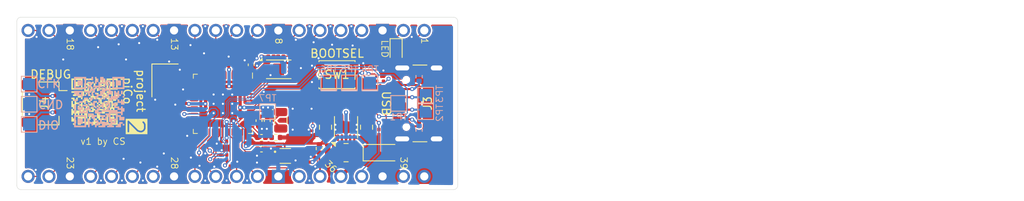
<source format=kicad_pcb>
(kicad_pcb (version 20240108) (generator "pcbnew") (generator_version "8.0")
  (layers (0 "F.Cu" signal) (31 "B.Cu" signal) (34 "B.Paste" user) (35 "F.Paste" user) (36 "B.SilkS" user "B.Silkscreen") (37 "F.SilkS" user "F.Silkscreen") (38 "B.Mask" user) (39 "F.Mask" user) (44 "Edge.Cuts" user))
  (net 0 "")
  (net 1 "GND")
  (net 2 "VS")
  (net 3 "+3V3")
  (net 4 "VBUS")
  (net 5 "Net-(D2-A)")
  (net 6 "GPIO4")
  (net 7 "GPIO7")
  (net 8 "GPIO6")
  (net 9 "GPIO8")
  (net 10 "GPIO14")
  (net 11 "GPIO1")
  (net 12 "GPIO2")
  (net 13 "GPIO15")
  (net 14 "GPIO9")
  (net 15 "GPIO11")
  (net 16 "GPIO0")
  (net 17 "GPIO3")
  (net 18 "GPIO10")
  (net 19 "GPIO5")
  (net 20 "GPIO12")
  (net 21 "GPIO18")
  (net 22 "/3V3_EN")
  (net 23 "GPIO26_ADC0")
  (net 24 "GPIO16")
  (net 25 "GPIO22")
  (net 26 "GPIO21")
  (net 27 "GPIO28_ADC2")
  (net 28 "RUN")
  (net 29 "ADC_VREF")
  (net 30 "GPIO17")
  (net 31 "GPIO20")
  (net 32 "GPIO27_ADC1")
  (net 33 "GPIO19")
  (net 34 "USB_DM")
  (net 35 "USB_DP")
  (net 36 "Net-(J3-CC2)")
  (net 38 "Net-(J3-CC1)")
  (net 40 "Net-(U2-LX2)")
  (net 41 "Net-(U2-LX1)")
  (net 42 "GPIO24")
  (net 43 "GPIO23")
  (net 44 "GPIO13")
  (net 45 "Net-(Q1-D)")
  (net 46 "XIN")
  (net 47 "Net-(C17-Pad1)")
  (net 48 "GPIO25")
  (net 49 "QSPI_SS")
  (net 50 "Net-(SW1-A)")
  (net 51 "QSPI_SD1")
  (net 52 "QSPI_SD0")
  (net 53 "QSPI_SD3")
  (net 54 "QSPI_SCLK")
  (net 55 "QSPI_SD2")
  (net 57 "GPIO29_ADC3")
  (net 58 "XOUT")
  (net 59 "Net-(U1-VREG_AVDD)")
  (net 60 "+1V1")
  (net 61 "Net-(U1-ADC_AVDD)")
  (net 62 "Net-(U1-USB_DP)")
  (net 63 "SD")
  (net 64 "Net-(U1-USB_DM)")
  (net 65 "SC")
  (net 66 "SWDIO")
  (net 67 "SWCLK")
  (net 68 "Net-(U1-VREG_LX)")
  (footprint "Resistor_SMD:R_0201_0603Metric" (layer "F.Cu") (at 143.9 107 -135)
    (property "Reference" "R18" (hide yes))
    (property "Value" "100R")
  )
  (footprint "Crystal:Crystal_SMD_SeikoEpson_FA238-4Pin_3.2x2.5mm" (layer "F.Cu") (at 143 101.7 -90)
    (property "Reference" "Y1" (hide yes))
    (property "Value" "ECS-120-8-33-JGN-TR")
  )
  (footprint "Diode_SMD:D_SOD-123F" (layer "F.Cu") (at 169.35 110.5)
    (property "Reference" "D1" (hide yes))
    (property "Value" "PMEG6010ELR")
  )
  (footprint "Inductor_SMD:L_1008_2520Metric" (layer "F.Cu") (at 165.05 110.5 180)
    (property "Reference" "L1" (hide yes))
    (property "Value" "SRN2512-2R2M")
  )
  (footprint "Capacitor_SMD:C_0201_0603Metric" (layer "F.Cu") (at 142.45 99.45)
    (property "Reference" "C16" (hide yes))
    (property "Value" "15p")
  )
  (footprint "Package_DFN_QFN:DFN-10-1EP_2.6x2.6mm_P0.5mm_EP1.3x2.2mm" (layer "F.Cu") (at 165.05 107.4 90)
    (property "Reference" "U2" (hide yes))
    (property "Value" "RT6150B-33GQW")
  )
  (footprint "Resistor_SMD:R_0201_0603Metric" (layer "F.Cu") (at 169.05 108 90)
    (property "Reference" "R2" (hide yes))
    (property "Value" "100k")
  )
  (footprint "Capacitor_SMD:C_0201_0603Metric" (layer "F.Cu") (at 145.5 103.35 180)
    (property "Reference" "C8" (hide yes))
    (property "Value" "100n")
  )
  (footprint "Capacitor_SMD:C_0805_2012Metric" (layer "F.Cu") (at 162.55 107.4 90)
    (property "Reference" "C2" (hide yes))
    (property "Value" "47u")
  )
  (footprint "Resistor_SMD:R_0201_0603Metric" (layer "F.Cu") (at 155.9 98.75)
    (property "Reference" "R4" (hide yes))
    (property "Value" "NO-FIT")
  )
  (footprint "Capacitor_SMD:C_0201_0603Metric" (layer "F.Cu") (at 145.5 107.85 -135)
    (property "Reference" "C14" (hide yes))
    (property "Value" "100n")
  )
  (footprint "Resistor_SMD:R_0201_0603Metric" (layer "F.Cu") (at 156 104.15 180)
    (property "Reference" "R13" (hide yes))
    (property "Value" "27R")
  )
  (footprint "Capacitor_SMD:C_0201_0603Metric" (layer "F.Cu") (at 148.75 100.05 90)
    (property "Reference" "C5" (hide yes))
    (property "Value" "100n")
  )
  (footprint "Resistor_SMD:R_0201_0603Metric" (layer "F.Cu") (at 149.8 111.1 -90)
    (property "Reference" "R1" (hide yes))
    (property "Value" "10k")
  )
  (footprint "Capacitor_SMD:C_0402_1005Metric" (layer "F.Cu") (at 154.45 106.6 -90)
    (property "Reference" "C20" (hide yes))
    (property "Value" "4u7")
  )
  (footprint "Capacitor_SMD:C_0805_2012Metric" (layer "F.Cu") (at 167.55 107.4 90)
    (property "Reference" "C1" (hide yes))
    (property "Value" "47u")
  )
  (footprint "Pico 2 C:AOTA-B201610S3R3-101-T" (layer "F.Cu") (at 157.1 106.555 -90)
    (property "Reference" "L2" (hide yes))
    (property "Value" "3u3")
  )
  (footprint "Capacitor_SMD:C_0201_0603Metric" (layer "F.Cu") (at 150.5 109.45 -90)
    (property "Reference" "C12" (hide yes))
    (property "Value" "100n")
  )
  (footprint "Pico 2 C:CON_PICO_1-20" (layer "F.Cu") (at 150.45 95.61 -90)
    (property "Reference" "J1" (hide yes))
    (property "Value" "~")
  )
  (footprint "Capacitor_SMD:C_0201_0603Metric" (layer "F.Cu") (at 152.8 109.0168 -90)
    (property "Reference" "C6" (hide yes))
    (property "Value" "100n")
  )
  (footprint "Button_Switch_SMD:SW_SPST_PTS810" (layer "F.Cu") (at 163.95 101)
    (property "Reference" "SW1")
    (property "Value" "PTS810 SJK 250 SMTR LFS")
  )
  (footprint "Package_TO_SOT_SMD:SOT-523" (layer "F.Cu") (at 157.65 110.9)
    (property "Reference" "Q1" (hide yes))
    (property "Value" "DMG1012T-7")
  )
  (footprint "Fiducial:Fiducial_1mm_Mask2mm" (layer "F.Cu") (at 168.4 98.75)
    (property "Reference" "FID1" (hide yes))
    (property "Value" "Fiducial")
  )
  (footprint "Package_DFN_QFN:TDFN-8-1EP_3x2mm_P0.5mm_EP1.3x1.4mm" (layer "F.Cu") (at 156.85 100.35)
    (property "Reference" "U3" (hide yes))
    (property "Value" "W25Q32RVXHJQ TR")
  )
  (footprint "Resistor_SMD:R_0201_0603Metric" (layer "F.Cu") (at 143.5 106.55 -135)
    (property "Reference" "R19" (hide yes))
    (property "Value" "100R")
  )
  (footprint "Capacitor_SMD:C_0201_0603Metric" (layer "F.Cu") (at 154.432 103.6828 45)
    (property "Reference" "C10" (hide yes))
    (property "Value" "100n")
  )
  (footprint "Capacitor_SMD:C_0402_1005Metric" (layer "F.Cu") (at 154.75 108.65 180)
    (property "Reference" "C21" (hide yes))
    (property "Value" "4u7")
  )
  (footprint "Capacitor_SMD:C_0402_1005Metric" (layer "F.Cu") (at 154.75 110.05)
    (property "Reference" "C13" (hide yes))
    (property "Value" "4u7")
  )
  (footprint "Resistor_SMD:R_0402_1005Metric" (layer "F.Cu") (at 161.8 110 -90)
    (property "Reference" "R7" (hide yes))
    (property "Value" "200R")
  )
  (footprint "Resistor_SMD:R_0201_0603Metric" (layer "F.Cu") (at 168.8 101.5 -90)
    (property "Reference" "R3" (hide yes))
    (property "Value" "470R")
  )
  (footprint "Capacitor_SMD:C_0201_0603Metric" (layer "F.Cu") (at 155.1 111.65 180)
    (property "Reference" "C3" (hide yes))
    (property "Value" "1n")
  )
  (footprint "Resistor_SMD:R_0201_0603Metric" (layer "F.Cu") (at 143.8 104.05 180)
    (property "Reference" "R14" (hide yes))
    (property "Value" "1k")
  )
  (footprint "Resistor_SMD:R_0201_0603Metric" (layer "F.Cu") (at 169.6 101.5 90)
    (property "Reference" "R8" (hide yes))
    (property "Value" "100k")
  )
  (footprint "Capacitor_SMD:C_0402_1005Metric" (layer "F.Cu") (at 155.45 106.6 -90)
    (property "Reference" "C19" (hide yes))
    (property "Value" "4u7")
  )
  (footprint "Capacitor_SMD:C_0201_0603Metric" (layer "F.Cu") (at 149.85 109.45 -90)
    (property "Reference" "C7" (hide yes))
    (property "Value" "100n")
  )
  (footprint "Resistor_SMD:R_0201_0603Metric" (layer "F.Cu") (at 159.85 111)
    (property "Reference" "R6" (hide yes))
    (property "Value" "100k")
  )
  (footprint "Resistor_SMD:R_0402_1005Metric" (layer "F.Cu") (at 156.5 108.65 180)
    (property "Reference" "R17" (hide yes))
    (property "Value" "33R")
  )
  (footprint "Connector_JST:JST_SH_SM03B-SRSS-TB_1x03-1MP_P1.00mm_Horizontal" (layer "F.Cu") (at 128.3 104.5 -90)
    (property "Reference" "J4")
    (property "Value" "SM03B-SRSS-TB")
  )
  (footprint "Fiducial:Fiducial_1mm_Mask2mm" (layer "F.Cu") (at 130.6 109.7)
    (property "Reference" "FID2" (hide yes))
    (property "Value" "Fiducial")
  )
  (footprint "Capacitor_SMD:C_0201_0603Metric" (layer "F.Cu") (at 152.7 100.05 90)
    (property "Reference" "C4" (hide yes))
    (property "Value" "100n")
  )
  (footprint "Capacitor_SMD:C_0402_1005Metric" (layer "F.Cu") (at 153.5 99.8 90)
    (property "Reference" "C18" (hide yes))
    (property "Value" "4u7")
  )
  (footprint "Resistor_SMD:R_0201_0603Metric" (layer "F.Cu") (at 159.9 110.35 180)
    (property "Reference" "R9" (hide yes))
    (property "Value" "1R")
  )
  (footprint "Resistor_SMD:R_0201_0603Metric" (layer "F.Cu") (at 159.85 111.65 180)
    (property "Reference" "R5" (hide yes))
    (property "Value" "100k")
  )
  (footprint "Resistor_SMD:R_0201_0603Metric" (layer "F.Cu") (at 150.52 111.1 90)
    (property "Reference" "R10" (hide yes))
    (property "Value" "5k6")
  )
  (footprint "Capacitor_SMD:C_0201_0603Metric" (layer "F.Cu") (at 145.15 104.5 180)
    (property "Reference" "C9" (hide yes))
    (property "Value" "4u7")
  )
  (footprint "Resistor_SMD:R_0201_0603Metric" (layer "F.Cu") (at 157.1 98.75 180)
    (property "Reference" "R11" (hide yes))
    (property "Value" "1k")
  )
  (footprint "Pico 2 C:RP2350-QFN-60-1EP_7x7_P0.4mm_EP3.4x3.4mm_ThermalVias" (layer "F.Cu") (at 150.05 104.55 -90)
    (property "Reference" "U1" (hide yes))
    (property "Value" "RP2350_60QFN")
  )
  (footprint "Capacitor_SMD:C_0201_0603Metric" (layer "F.Cu") (at 150.75 99.6 90)
    (property "Reference" "C11" (hide yes))
    (property "Value" "100n")
  )
  (footprint "Resistor_SMD:R_0201_0603Metric" (layer "F.Cu") (at 155.1 110.9 180)
    (property "Reference" "R16" (hide yes))
    (property "Value" "100k")
  )
  (footprint "Resistor_SMD:R_0201_0603Metric" (layer "F.Cu") (at 156 103.4 180)
    (property "Reference" "R12" (hide yes))
    (property "Value" "27R")
  )
  (footprint "Connector_USB:USB_C_Receptacle_GCT_USB4105-xx-A_16P_TopMnt_Horizontal" (layer "F.Cu") (at 175 104.5 90)
    (property "Reference" "J3")
    (property "Value" "USB_C_Receptacle_USB2.0_16P")
  )
  (footprint "Capacitor_SMD:C_0201_0603Metric" (layer "F.Cu") (at 159.4 99.6)
    (property "Reference" "C15" (hide yes))
    (property "Value" "100n")
  )
  (footprint "LED_SMD:LED_0603_1608Metric" (layer "F.Cu") (at 171.15 98.1 -90)
    (property "Reference" "D2" (hide yes))
    (property "Value" "LTST-C191KGKT")
  )
  (footprint "Capacitor_SMD:C_0201_0603Metric" (layer "F.Cu") (at 142.65 104.05 180)
    (property "Reference" "C17" (hide yes))
    (property "Value" "15p")
  )
  (footprint "Pico 2 C:CON_PICO_21-40" (layer "F.Cu") (at 150.45 113.39 -90)
    (property "Reference" "J2" (hide yes))
    (property "Value" "~")
  )
  (footprint "TestPoint:TestPoint_Pad_1.5x1.5mm" (layer "B.Cu") (at 155.4988 105.5116 180)
    (property "Reference" "TP7")
    (property "Value" "TestPoint")
  )
  (footprint "TestPoint:TestPoint_Pad_1.5x1.5mm" (layer "B.Cu") (at 126.45 104.6 180)
    (property "Reference" "TP9" (hide yes))
    (property "Value" "TestPoint")
  )
  (footprint "TestPoint:TestPoint_Pad_1.5x1.5mm" (layer "B.Cu") (at 165.45 102 180)
    (property "Reference" "TP5")
    (property "Value" "TestPoint")
  )
  (footprint "TestPoint:TestPoint_Pad_1.5x1.5mm" (layer "B.Cu") (at 126.45 102.15 180)
    (property "Reference" "TP8" (hide yes))
    (property "Value" "TestPoint")
  )
  (footprint "TestPoint:TestPoint_Pad_1.5x1.5mm" (layer "B.Cu") (at 162.95 102 180)
    (property "Reference" "TP6")
    (property "Value" "TestPoint")
  )
  (footprint "TestPoint:TestPoint_Pad_1.5x1.5mm" (layer "B.Cu") (at 126.45 107.05 180)
    (property "Reference" "TP10" (hide yes))
    (property "Value" "TestPoint")
  )
  (footprint "TestPoint:TestPoint_Pad_1.5x1.5mm" (layer "B.Cu") (at 174.75 105.5 180)
    (property "Reference" "TP2")
    (property "Value" "TestPoint")
  )
  (footprint "Resistor_SMD:R_0402_1005Metric" (layer "B.Cu") (at 173.95 107.75 -90)
    (property "Reference" "R20" (hide yes))
    (property "Value" "5k1")
  )
  (footprint "TestPoint:TestPoint_Pad_1.5x1.5mm" (layer "B.Cu") (at 167.95 102 180)
    (property "Reference" "TP4")
    (property "Value" "TestPoint")
  )
  (footprint "TestPoint:TestPoint_Pad_1.5x1.5mm" (layer "B.Cu") (at 171.45 104.5 180)
    (property "Reference" "TP1")
    (property "Value" "TestPoint")
  )
  (footprint "TestPoint:TestPoint_Pad_1.5x1.5mm" (layer "B.Cu") (at 174.75 103.5 180)
    (property "Reference" "TP3")
    (property "Value" "TestPoint")
  )
  (footprint "Resistor_SMD:R_0402_1005Metric" (layer "B.Cu") (at 173.95 101.25 90)
    (property "Reference" "R21" (hide yes))
    (property "Value" "5k1")
  )
  (gr_poly (pts (xy 133.4008 102.751467) (xy 131.919133 102.751467) (xy 131.919133 102.5398) (xy 132.1308 102.5398) (xy 133.189133 102.5398) (xy 133.189133 101.481467) (xy 132.1308 101.481467) (xy 132.1308 102.5398) (xy 131.919133 102.5398) (xy 131.919133 101.2698) (xy 133.4008 101.2698)) (stroke (width -0.000001)) (fill solid) (layer "B.SilkS"))
  (gr_poly (pts (xy 132.342467 104.233134) (xy 131.919133 104.233134) (xy 131.919133 104.021467) (xy 132.342467 104.021467)) (stroke (width -0.000001)) (fill solid) (layer "B.SilkS"))
  (gr_poly (pts (xy 134.0358 105.503133) (xy 133.824133 105.503133) (xy 133.824133 105.291467) (xy 134.0358 105.291467)) (stroke (width -0.000001)) (fill solid) (layer "B.SilkS"))
  (gr_poly (pts (xy 136.787466 106.138133) (xy 136.5758 106.138133) (xy 136.5758 105.926467) (xy 136.787466 105.926467)) (stroke (width -0.000001)) (fill solid) (layer "B.SilkS"))
  (gr_poly (pts (xy 132.554133 104.656467) (xy 132.342467 104.656467) (xy 132.342467 104.4448) (xy 132.554133 104.4448)) (stroke (width -0.000001)) (fill solid) (layer "B.SilkS"))
  (gr_poly (pts (xy 132.554133 105.0798) (xy 132.7658 105.0798) (xy 132.7658 104.868133) (xy 132.977467 104.868133) (xy 132.977467 105.291467) (xy 133.189133 105.291467) (xy 133.189133 105.0798) (xy 133.612466 105.0798) (xy 133.612466 104.868133) (xy 133.824133 104.868133) (xy 133.824133 105.291467) (xy 133.612466 105.291467) (xy 133.612466 105.7148) (xy 132.554133 105.7148) (xy 132.554133 105.503133) (xy 132.7658 105.503133) (xy 132.977467 105.503133) (xy 133.189133 105.503133) (xy 133.4008 105.503133) (xy 133.4008 105.291467) (xy 133.189133 105.291467) (xy 133.189133 105.503133) (xy 132.977467 105.503133) (xy 132.977467 105.291467) (xy 132.7658 105.291467) (xy 132.7658 105.503133) (xy 132.554133 105.503133) (xy 132.554133 105.291467) (xy 132.342467 105.291467) (xy 132.342467 104.868133) (xy 132.554133 104.868133)) (stroke (width -0.000001)) (fill solid) (layer "B.SilkS"))
  (gr_poly (pts (xy 135.517466 105.0798) (xy 135.3058 105.0798) (xy 135.3058 104.868133) (xy 135.094133 104.868133) (xy 135.094133 104.656467) (xy 135.3058 104.656467) (xy 135.3058 104.4448) (xy 135.517466 104.4448)) (stroke (width -0.000001)) (fill solid) (layer "B.SilkS"))
  (gr_poly (pts (xy 134.6708 103.386467) (xy 134.459133 103.386467) (xy 134.459133 103.1748) (xy 134.6708 103.1748)) (stroke (width -0.000001)) (fill solid) (layer "B.SilkS"))
  (gr_poly (pts (xy 133.612466 104.021467) (xy 133.189133 104.021467) (xy 133.189133 103.8098) (xy 133.612466 103.8098)) (stroke (width -0.000001)) (fill solid) (layer "B.SilkS"))
  (gr_poly (pts (xy 135.094133 105.291467) (xy 134.882467 105.291467) (xy 134.882467 105.503133) (xy 135.3058 105.503133) (xy 135.3058 105.7148) (xy 135.094133 105.7148) (xy 135.094133 105.926467) (xy 134.882467 105.926467) (xy 134.882467 105.7148) (xy 134.459133 105.7148) (xy 134.459133 105.291467) (xy 134.6708 105.291467) (xy 134.6708 105.0798) (xy 134.882467 105.0798) (xy 134.882467 104.868133) (xy 135.094133 104.868133)) (stroke (width -0.000001)) (fill solid) (layer "B.SilkS"))
  (gr_poly (pts (xy 134.882467 101.9048) (xy 134.6708 101.9048) (xy 134.6708 102.116467) (xy 134.459133 102.116467) (xy 134.459133 101.693134) (xy 134.6708 101.693134) (xy 134.6708 101.481467) (xy 134.882467 101.481467)) (stroke (width -0.000001)) (fill solid) (layer "B.SilkS"))
  (gr_poly (pts (xy 134.6708 104.4448) (xy 134.459133 104.4448) (xy 134.459133 104.868133) (xy 134.247466 104.868133) (xy 134.247466 104.656467) (xy 134.0358 104.656467) (xy 134.0358 104.4448) (xy 134.247466 104.4448) (xy 134.247466 104.233134) (xy 134.6708 104.233134)) (stroke (width -0.000001)) (fill solid) (layer "B.SilkS"))
  (gr_poly (pts (xy 137.8458 106.9848) (xy 137.634133 106.9848) (xy 137.634133 107.408134) (xy 136.999133 107.408134) (xy 136.999133 107.196467) (xy 137.2108 107.196467) (xy 137.2108 106.9848) (xy 137.422466 106.9848) (xy 137.422466 106.773133) (xy 137.8458 106.773133)) (stroke (width -0.000001)) (fill solid) (layer "B.SilkS"))
  (gr_poly (pts (xy 135.729133 104.4448) (xy 135.517466 104.4448) (xy 135.517466 104.233134) (xy 135.729133 104.233134)) (stroke (width -0.000001)) (fill solid) (layer "B.SilkS"))
  (gr_poly (pts (xy 138.057467 102.751467) (xy 136.5758 102.751467) (xy 136.5758 102.5398) (xy 136.787466 102.5398) (xy 137.8458 102.5398) (xy 137.8458 101.481467) (xy 136.787466 101.481467) (xy 136.787466 102.5398) (xy 136.5758 102.5398) (xy 136.5758 101.2698) (xy 138.057467 101.2698)) (stroke (width -0.000001)) (fill solid) (layer "B.SilkS"))
  (gr_poly (pts (xy 135.517466 103.8098) (xy 135.3058 103.8098) (xy 135.3058 103.598133) (xy 135.517466 103.598133)) (stroke (width -0.000001)) (fill solid) (layer "B.SilkS"))
  (gr_poly (pts (xy 133.4008 104.4448) (xy 133.189133 104.4448) (xy 133.189133 104.233134) (xy 133.4008 104.233134)) (stroke (width -0.000001)) (fill solid) (layer "B.SilkS"))
  (gr_poly (pts (xy 132.977467 104.4448) (xy 132.554133 104.4448) (xy 132.554133 104.233134) (xy 132.977467 104.233134)) (stroke (width -0.000001)) (fill solid) (layer "B.SilkS"))
  (gr_poly (pts (xy 132.977467 102.328134) (xy 132.342467 102.328134) (xy 132.342467 101.693134) (xy 132.977467 101.693134)) (stroke (width -0.000001)) (fill solid) (layer "B.SilkS"))
  (gr_poly (pts (xy 134.882467 104.868133) (xy 134.6708 104.868133) (xy 134.6708 104.656467) (xy 134.882467 104.656467)) (stroke (width -0.000001)) (fill solid) (layer "B.SilkS"))
  (gr_poly (pts (xy 137.422466 104.233134) (xy 137.634133 104.233134) (xy 137.634133 104.021467) (xy 137.8458 104.021467) (xy 137.8458 104.233134) (xy 138.057467 104.233134) (xy 138.057467 104.656467) (xy 137.634133 104.656467) (xy 137.634133 104.4448) (xy 137.2108 104.4448) (xy 137.2108 104.021467) (xy 137.422466 104.021467)) (stroke (width -0.000001)) (fill solid) (layer "B.SilkS"))
  (gr_poly (pts (xy 133.4008 107.408134) (xy 131.919133 107.408134) (xy 131.919133 107.196467) (xy 132.1308 107.196467) (xy 133.189133 107.196467) (xy 133.189133 106.138133) (xy 132.1308 106.138133) (xy 132.1308 107.196467) (xy 131.919133 107.196467) (xy 131.919133 105.926467) (xy 133.4008 105.926467)) (stroke (width -0.000001)) (fill solid) (layer "B.SilkS"))
  (gr_poly (pts (xy 133.824133 104.656467) (xy 133.612466 104.656467) (xy 133.612466 104.4448) (xy 133.824133 104.4448)) (stroke (width -0.000001)) (fill solid) (layer "B.SilkS"))
  (gr_poly (pts (xy 135.729133 106.138133) (xy 135.517466 106.138133) (xy 135.517466 106.3498) (xy 135.3058 106.3498) (xy 135.3058 106.138133) (xy 135.094133 106.138133) (xy 135.094133 105.926467) (xy 135.729133 105.926467)) (stroke (width -0.000001)) (fill solid) (layer "B.SilkS"))
  (gr_poly (pts (xy 135.517466 101.481467) (xy 135.729133 101.481467) (xy 135.729133 101.693134) (xy 135.517466 101.693134) (xy 135.517466 101.9048) (xy 135.729133 101.9048) (xy 135.729133 101.693134) (xy 136.364133 101.693134) (xy 136.364133 102.116467) (xy 136.152466 102.116467) (xy 136.152466 102.328134) (xy 135.729133 102.328134) (xy 135.729133 102.116467) (xy 135.9408 102.116467) (xy 136.152466 102.116467) (xy 136.152466 101.9048) (xy 135.9408 101.9048) (xy 135.9408 102.116467) (xy 135.729133 102.116467) (xy 135.094133 102.116467) (xy 135.094133 102.328134) (xy 135.3058 102.328134) (xy 135.3058 102.5398) (xy 135.094133 102.5398) (xy 135.094133 102.963133) (xy 134.882467 102.963133) (xy 134.882467 102.5398) (xy 134.6708 102.5398) (xy 134.6708 102.751467) (xy 134.459133 102.751467) (xy 134.459133 102.5398) (xy 134.247466 102.5398) (xy 134.247466 102.328134) (xy 134.882467 102.328134) (xy 134.882467 101.9048) (xy 135.3058 101.9048) (xy 135.3058 101.693134) (xy 135.094133 101.693134) (xy 135.094133 101.2698) (xy 135.517466 101.2698)) (stroke (width -0.000001)) (fill solid) (layer "B.SilkS"))
  (gr_poly (pts (xy 138.057467 103.8098) (xy 137.8458 103.8098) (xy 137.8458 103.598133) (xy 138.057467 103.598133)) (stroke (width -0.000001)) (fill solid) (layer "B.SilkS"))
  (gr_poly (pts (xy 133.612466 104.868133) (xy 132.977467 104.868133) (xy 132.977467 104.656467) (xy 133.612466 104.656467)) (stroke (width -0.000001)) (fill solid) (layer "B.SilkS"))
  (gr_poly (pts (xy 137.634133 102.328134) (xy 136.999133 102.328134) (xy 136.999133 101.693134) (xy 137.634133 101.693134)) (stroke (width -0.000001)) (fill solid) (layer "B.SilkS"))
  (gr_poly (pts (xy 134.6708 101.481467) (xy 134.459133 101.481467) (xy 134.459133 101.2698) (xy 134.6708 101.2698)) (stroke (width -0.000001)) (fill solid) (layer "B.SilkS"))
  (gr_poly (pts (xy 135.094133 104.4448) (xy 134.882467 104.4448) (xy 134.882467 104.021467) (xy 135.094133 104.021467)) (stroke (width -0.000001)) (fill solid) (layer "B.SilkS"))
  (gr_poly (pts (xy 134.247466 102.116467) (xy 134.0358 102.116467) (xy 134.0358 102.5398) (xy 133.824133 102.5398) (xy 133.824133 102.751467) (xy 133.612466 102.751467) (xy 133.612466 102.328134) (xy 133.824133 102.328134) (xy 133.824133 102.116467) (xy 133.612466 102.116467) (xy 133.612466 101.9048) (xy 134.247466 101.9048)) (stroke (width -0.000001)) (fill solid) (layer "B.SilkS"))
  (gr_poly (pts (xy 135.729133 104.021467) (xy 135.517466 104.021467) (xy 135.517466 103.8098) (xy 135.729133 103.8098)) (stroke (width -0.000001)) (fill solid) (layer "B.SilkS"))
  (gr_poly (pts (xy 138.057467 107.196467) (xy 137.8458 107.196467) (xy 137.8458 106.9848) (xy 138.057467 106.9848)) (stroke (width -0.000001)) (fill solid) (layer "B.SilkS"))
  (gr_poly (pts (xy 134.247466 105.926467) (xy 134.6708 105.926467) (xy 134.6708 106.138133) (xy 134.459133 106.138133) (xy 134.459133 106.561467) (xy 134.247466 106.561467) (xy 134.247466 106.3498) (xy 134.0358 106.3498) (xy 134.0358 105.926467) (xy 133.824133 105.926467) (xy 133.824133 106.138133) (xy 133.612466 106.138133) (xy 133.612466 105.7148) (xy 134.247466 105.7148)) (stroke (width -0.000001)) (fill solid) (layer "B.SilkS"))
  (gr_poly (pts (xy 136.999133 103.1748) (xy 137.2108 103.1748) (xy 137.2108 102.963133) (xy 137.422466 102.963133) (xy 137.422466 103.386467) (xy 137.634133 103.386467) (xy 137.634133 103.598133) (xy 137.422466 103.598133) (xy 137.422466 103.8098) (xy 137.2108 103.8098) (xy 137.2108 104.021467) (xy 136.5758 104.021467) (xy 136.5758 104.233134) (xy 136.152466 104.233134) (xy 136.152466 103.8098) (xy 136.364133 103.8098) (xy 136.364133 103.598133) (xy 136.787466 103.598133) (xy 136.999133 103.598133) (xy 137.2108 103.598133) (xy 137.2108 103.386467) (xy 136.999133 103.386467) (xy 136.999133 103.598133) (xy 136.787466 103.598133) (xy 136.787466 102.963133) (xy 136.999133 102.963133)) (stroke (width -0.000001)) (fill solid) (layer "B.SilkS"))
  (gr_poly (pts (xy 133.189133 104.233134) (xy 132.977467 104.233134) (xy 132.977467 104.021467) (xy 133.189133 104.021467)) (stroke (width -0.000001)) (fill solid) (layer "B.SilkS"))
  (gr_poly (pts (xy 134.247466 101.693134) (xy 134.0358 101.693134) (xy 134.0358 101.2698) (xy 134.247466 101.2698)) (stroke (width -0.000001)) (fill solid) (layer "B.SilkS"))
  (gr_poly (pts (xy 133.824133 106.773133) (xy 134.247466 106.773133) (xy 134.247466 107.196467) (xy 134.0358 107.196467) (xy 134.0358 106.9848) (xy 133.824133 106.9848) (xy 133.824133 107.408134) (xy 133.612466 107.408134) (xy 133.612466 106.3498) (xy 133.824133 106.3498)) (stroke (width -0.000001)) (fill solid) (layer "B.SilkS"))
  (gr_poly (pts (xy 134.247466 105.0798) (xy 134.0358 105.0798) (xy 134.0358 104.868133) (xy 134.247466 104.868133)) (stroke (width -0.000001)) (fill solid) (layer "B.SilkS"))
  (gr_poly (pts (xy 136.364133 102.963133) (xy 136.5758 102.963133) (xy 136.5758 103.386467) (xy 136.152466 103.386467) (xy 136.152466 103.8098) (xy 135.729133 103.8098) (xy 135.729133 103.598133) (xy 135.9408 103.598133) (xy 135.9408 103.1748) (xy 136.152466 103.1748) (xy 136.152466 102.963133) (xy 135.729133 102.963133) (xy 135.729133 103.1748) (xy 135.517466 103.1748) (xy 135.517466 103.386467) (xy 135.3058 103.386467) (xy 135.3058 103.598133) (xy 134.882467 103.598133) (xy 134.882467 103.8098) (xy 134.6708 103.8098) (xy 134.6708 104.021467) (xy 134.459133 104.021467) (xy 134.459133 103.598133) (xy 134.6708 103.598133) (xy 134.6708 103.386467) (xy 135.094133 103.386467) (xy 135.094133 102.963133) (xy 135.3058 102.963133) (xy 135.3058 102.5398) (xy 135.517466 102.5398) (xy 135.517466 102.751467) (xy 135.729133 102.751467) (xy 135.729133 102.5398) (xy 135.9408 102.5398) (xy 135.9408 102.751467) (xy 136.152466 102.751467) (xy 136.152466 102.328134) (xy 136.364133 102.328134)) (stroke (width -0.000001)) (fill solid) (layer "B.SilkS"))
  (gr_poly (pts (xy 132.7658 104.868133) (xy 132.554133 104.868133) (xy 132.554133 104.656467) (xy 132.7658 104.656467)) (stroke (width -0.000001)) (fill solid) (layer "B.SilkS"))
  (gr_poly (pts (xy 132.1308 105.7148) (xy 131.919133 105.7148) (xy 131.919133 104.656467) (xy 132.1308 104.656467)) (stroke (width -0.000001)) (fill solid) (layer "B.SilkS"))
  (gr_poly (pts (xy 136.152466 104.4448) (xy 136.364133 104.4448) (xy 136.364133 105.0798) (xy 136.152466 105.0798) (xy 136.152466 105.291467) (xy 137.2108 105.291467) (xy 137.2108 105.0798) (xy 136.787466 105.0798) (xy 136.787466 104.656467) (xy 136.5758 104.656467) (xy 136.5758 104.4448) (xy 137.2108 104.4448) (xy 137.2108 104.656467) (xy 136.999133 104.656467) (xy 136.999133 104.868133) (xy 137.422466 104.868133) (xy 137.422466 105.0798) (xy 137.634133 105.0798) (xy 137.634133 104.868133) (xy 137.8458 104.868133) (xy 137.8458 105.0798) (xy 138.057467 105.0798) (xy 138.057467 105.503133) (xy 137.8458 105.503133) (xy 137.8458 105.926467) (xy 137.634133 105.926467) (xy 137.634133 106.138133) (xy 138.057467 106.138133) (xy 138.057467 106.561467) (xy 137.422466 106.561467) (xy 137.422466 106.138133) (xy 137.2108 106.138133) (xy 137.2108 106.561467) (xy 136.999133 106.561467) (xy 136.999133 106.9848) (xy 136.5758 106.9848) (xy 136.5758 107.196467) (xy 136.787466 107.196467) (xy 136.787466 107.408134) (xy 135.9408 107.408134) (xy 135.9408 107.196467) (xy 136.152466 107.196467) (xy 136.152466 106.9848) (xy 136.364133 106.9848) (xy 136.364133 106.773133) (xy 136.5758 106.773133) (xy 136.787466 106.773133) (xy 136.787466 106.561467) (xy 136.5758 106.561467) (xy 136.5758 106.773133) (xy 136.364133 106.773133) (xy 136.152466 106.773133) (xy 136.152466 106.3498) (xy 136.364133 106.3498) (xy 136.999133 106.3498) (xy 136.999133 105.926467) (xy 137.2108 105.926467) (xy 137.634133 105.926467) (xy 137.634133 105.7148) (xy 137.2108 105.7148) (xy 137.2108 105.926467) (xy 136.999133 105.926467) (xy 136.999133 105.7148) (xy 136.364133 105.7148) (xy 136.364133 106.3498) (xy 136.152466 106.3498) (xy 136.152466 106.138133) (xy 135.9408 106.138133) (xy 135.9408 105.926467) (xy 135.729133 105.926467) (xy 135.729133 105.7148) (xy 136.152466 105.7148) (xy 136.152466 105.503133) (xy 137.2108 105.503133) (xy 137.634133 105.503133) (xy 137.634133 105.291467) (xy 137.2108 105.291467) (xy 137.2108 105.503133) (xy 136.152466 105.503133) (xy 135.3058 105.503133) (xy 135.3058 105.291467) (xy 135.517466 105.291467) (xy 135.517466 105.0798) (xy 135.729133 105.0798) (xy 135.729133 105.291467) (xy 135.9408 105.291467) (xy 135.9408 104.868133) (xy 136.152466 104.868133) (xy 136.152466 104.656467) (xy 135.9408 104.656467) (xy 135.9408 104.868133) (xy 135.729133 104.868133) (xy 135.729133 104.4448) (xy 135.9408 104.4448) (xy 135.9408 104.233134) (xy 136.152466 104.233134)) (stroke (width -0.000001)) (fill solid) (layer "B.SilkS"))
  (gr_poly (pts (xy 134.6708 105.0798) (xy 134.459133 105.0798) (xy 134.459133 104.868133) (xy 134.6708 104.868133)) (stroke (width -0.000001)) (fill solid) (layer "B.SilkS"))
  (gr_poly (pts (xy 133.4008 103.598133) (xy 133.189133 103.598133) (xy 133.189133 103.386467) (xy 133.4008 103.386467)) (stroke (width -0.000001)) (fill solid) (layer "B.SilkS"))
  (gr_poly (pts (xy 135.729133 102.5398) (xy 135.517466 102.5398) (xy 135.517466 102.328134) (xy 135.729133 102.328134)) (stroke (width -0.000001)) (fill solid) (layer "B.SilkS"))
  (gr_poly (pts (xy 135.3058 106.773133) (xy 136.152466 106.773133) (xy 136.152466 106.9848) (xy 135.9408 106.9848) (xy 135.9408 107.196467) (xy 135.729133 107.196467) (xy 135.729133 107.408134) (xy 134.882467 107.408134) (xy 134.882467 107.196467) (xy 135.3058 107.196467) (xy 135.3058 106.9848) (xy 134.882467 106.9848) (xy 134.882467 107.196467) (xy 134.6708 107.196467) (xy 134.6708 107.408134) (xy 134.459133 107.408134) (xy 134.459133 106.9848) (xy 134.6708 106.9848) (xy 134.6708 106.773133) (xy 134.459133 106.773133) (xy 134.459133 106.561467) (xy 134.882467 106.561467) (xy 134.882467 106.773133) (xy 135.094133 106.773133) (xy 135.094133 106.3498) (xy 135.3058 106.3498)) (stroke (width -0.000001)) (fill solid) (layer "B.SilkS"))
  (gr_poly (pts (xy 134.247466 103.598133) (xy 134.0358 103.598133) (xy 134.0358 103.1748) (xy 134.247466 103.1748)) (stroke (width -0.000001)) (fill solid) (layer "B.SilkS"))
  (gr_poly (pts (xy 137.8458 103.386467) (xy 137.634133 103.386467) (xy 137.634133 102.963133) (xy 137.8458 102.963133)) (stroke (width -0.000001)) (fill solid) (layer "B.SilkS"))
  (gr_poly (pts (xy 132.977467 106.9848) (xy 132.342467 106.9848) (xy 132.342467 106.3498) (xy 132.977467 106.3498)) (stroke (width -0.000001)) (fill solid) (layer "B.SilkS"))
  (gr_poly (pts (xy 135.3058 104.021467) (xy 135.094133 104.021467) (xy 135.094133 103.8098) (xy 135.3058 103.8098)) (stroke (width -0.000001)) (fill solid) (layer "B.SilkS"))
  (gr_poly (pts (xy 132.977467 103.8098) (xy 132.7658 103.8098) (xy 132.7658 103.598133) (xy 132.1308 103.598133) (xy 132.1308 103.386467) (xy 132.554133 103.386467) (xy 132.7658 103.386467) (xy 132.7658 103.1748) (xy 132.554133 103.1748) (xy 132.554133 103.386467) (xy 132.1308 103.386467) (xy 131.919133 103.386467) (xy 131.919133 102.963133) (xy 132.977467 102.963133)) (stroke (width -0.000001)) (fill solid) (layer "B.SilkS"))
  (gr_poly (pts (xy 134.247466 104.021467) (xy 134.0358 104.021467) (xy 134.0358 104.233134) (xy 133.824133 104.233134) (xy 133.824133 103.8098) (xy 134.247466 103.8098)) (stroke (width -0.000001)) (fill solid) (layer "B.SilkS"))
  (gr_poly (pts (xy 135.729133 103.598133) (xy 135.517466 103.598133) (xy 135.517466 103.386467) (xy 135.729133 103.386467)) (stroke (width -0.000001)) (fill solid) (layer "B.SilkS"))
  (gr_poly (pts (xy 135.9408 106.561467) (xy 135.517466 106.561467) (xy 135.517466 106.3498) (xy 135.729133 106.3498) (xy 135.729133 106.138133) (xy 135.9408 106.138133)) (stroke (width -0.000001)) (fill solid) (layer "B.SilkS"))
  (gr_poly (pts (xy 133.824133 101.693134) (xy 133.612466 101.693134) (xy 133.612466 101.481467) (xy 133.824133 101.481467)) (stroke (width -0.000001)) (fill solid) (layer "B.SilkS"))
  (gr_poly (pts (xy 134.247466 102.751467) (xy 134.459133 102.751467) (xy 134.459133 103.1748) (xy 134.247466 103.1748) (xy 134.247466 102.963133) (xy 134.0358 102.963133) (xy 134.0358 103.1748) (xy 133.824133 103.1748) (xy 133.824133 103.598133) (xy 133.612466 103.598133) (xy 133.612466 103.1748) (xy 133.189133 103.1748) (xy 133.189133 102.963133) (xy 133.824133 102.963133) (xy 133.824133 102.751467) (xy 134.0358 102.751467) (xy 134.0358 102.5398) (xy 134.247466 102.5398)) (stroke (width -0.000001)) (fill solid) (layer "B.SilkS"))
  (gr_poly (pts (xy 134.509933 101.851021) (xy 134.509933 101.461555) (xy 134.704666 101.461555) (xy 134.704666 101.851021)) (stroke (width -0.000001)) (fill solid) (layer "F.SilkS"))
  (gr_poly (pts (xy 137.041466 104.772021) (xy 137.041466 104.966754) (xy 136.846733 104.966754) (xy 136.846733 104.772021) (xy 136.651999 104.772021) (xy 136.651999 104.966754) (xy 136.846733 104.966754) (xy 136.846733 105.550954) (xy 136.457266 105.550954) (xy 136.457266 105.356221) (xy 136.262533 105.356221) (xy 136.262533 104.966754) (xy 136.457266 104.966754) (xy 136.457266 105.161488) (xy 136.457266 105.356221) (xy 136.651999 105.356221) (xy 136.651999 105.161488) (xy 136.457266 105.161488) (xy 136.457266 104.966754) (xy 136.457266 104.382554) (xy 136.262533 104.382554) (xy 136.262533 104.577288) (xy 136.0678 104.577288) (xy 136.0678 104.382554) (xy 135.678333 104.382554) (xy 135.678333 104.187821) (xy 136.0678 104.187821) (xy 136.0678 103.993088) (xy 135.873066 103.993088) (xy 135.873066 103.798355) (xy 136.0678 103.798355) (xy 136.0678 103.603621) (xy 136.262533 103.603621) (xy 136.262533 104.187821) (xy 136.651999 104.187821) (xy 136.651999 104.577288) (xy 136.846733 104.577288) (xy 136.846733 104.382554) (xy 137.236199 104.382554) (xy 137.236199 104.772021)) (stroke (width -0.000001)) (fill solid) (layer "F.SilkS"))
  (gr_poly (pts (xy 132.757333 105.940421) (xy 132.757333 105.745688) (xy 132.952066 105.745688) (xy 132.952066 105.940421)) (stroke (width -0.000001)) (fill solid) (layer "F.SilkS"))
  (gr_poly (pts (xy 133.731 103.993088) (xy 133.731 103.798355) (xy 133.925733 103.798355) (xy 133.925733 103.993088)) (stroke (width -0.000001)) (fill solid) (layer "F.SilkS"))
  (gr_poly (pts (xy 131.588933 102.824688) (xy 131.588933 101.461555) (xy 131.783666 101.461555) (xy 131.783666 101.656288) (xy 131.783666 102.629954) (xy 132.757333 102.629954) (xy 132.757333 101.656288) (xy 131.783666 101.656288) (xy 131.783666 101.461555) (xy 132.952066 101.461555) (xy 132.952066 102.824688)) (stroke (width -0.000001)) (fill solid) (layer "F.SilkS"))
  (gr_poly (pts (xy 131.9784 106.914088) (xy 131.9784 106.719354) (xy 131.588933 106.719354) (xy 131.588933 106.135154) (xy 131.783666 106.135154) (xy 131.783666 106.329888) (xy 131.9784 106.329888) (xy 131.9784 106.524621) (xy 132.173133 106.524621) (xy 132.173133 106.914088)) (stroke (width -0.000001)) (fill solid) (layer "F.SilkS"))
  (gr_poly (pts (xy 132.757333 104.966754) (xy 132.757333 104.772021) (xy 132.5626 104.772021) (xy 132.5626 104.577288) (xy 132.757333 104.577288) (xy 132.757333 104.382554) (xy 132.952066 104.382554) (xy 132.952066 104.966754)) (stroke (width -0.000001)) (fill solid) (layer "F.SilkS"))
  (gr_poly (pts (xy 135.094133 102.824688) (xy 135.094133 102.629954) (xy 135.288866 102.629954) (xy 135.288866 102.824688)) (stroke (width -0.000001)) (fill solid) (layer "F.SilkS"))
  (gr_poly (pts (xy 134.120466 102.045755) (xy 134.120466 101.851021) (xy 134.3152 101.851021) (xy 134.3152 102.045755)) (stroke (width -0.000001)) (fill solid) (layer "F.SilkS"))
  (gr_poly (pts (xy 136.0678 104.966754) (xy 136.0678 104.772021) (xy 136.262533 104.772021) (xy 136.262533 104.966754)) (stroke (width -0.000001)) (fill solid) (layer "F.SilkS"))
  (gr_poly (pts (xy 135.873066 103.603621) (xy 135.873066 103.798355) (xy 135.483599 103.798355) (xy 135.483599 103.603621) (xy 135.678333 103.603621) (xy 135.678333 103.408888) (xy 135.483599 103.408888) (xy 135.483599 103.214155) (xy 135.094133 103.214155) (xy 135.094133 103.019421) (xy 135.483599 103.019421) (xy 135.483599 102.629954) (xy 135.678333 102.629954) (xy 135.678333 103.214155) (xy 135.873066 103.214155) (xy 135.873066 103.408888) (xy 136.0678 103.408888) (xy 136.0678 103.603621)) (stroke (width -0.000001)) (fill solid) (layer "F.SilkS"))
  (gr_poly (pts (xy 134.899399 104.772021) (xy 134.899399 104.577288) (xy 135.094133 104.577288) (xy 135.094133 104.772021)) (stroke (width -0.000001)) (fill solid) (layer "F.SilkS"))
  (gr_poly (pts (xy 134.704666 103.019421) (xy 134.704666 102.629954) (xy 134.899399 102.629954) (xy 134.899399 103.019421)) (stroke (width -0.000001)) (fill solid) (layer "F.SilkS"))
  (gr_poly (pts (xy 133.925733 102.240488) (xy 133.925733 102.045755) (xy 134.120466 102.045755) (xy 134.120466 102.240488)) (stroke (width -0.000001)) (fill solid) (layer "F.SilkS"))
  (gr_poly (pts (xy 137.041466 103.993088) (xy 137.041466 103.798355) (xy 137.236199 103.798355) (xy 137.236199 103.993088)) (stroke (width -0.000001)) (fill solid) (layer "F.SilkS"))
  (gr_poly (pts (xy 136.262533 106.719354) (xy 136.262533 106.135154) (xy 136.846733 106.135154) (xy 136.846733 106.719354)) (stroke (width -0.000001)) (fill solid) (layer "F.SilkS"))
  (gr_poly (pts (xy 133.536266 104.382554) (xy 133.536266 104.187821) (xy 133.341533 104.187821) (xy 133.341533 104.577288) (xy 133.1468 104.577288) (xy 133.1468 104.382554) (xy 132.952066 104.382554) (xy 132.952066 104.187821) (xy 133.1468 104.187821) (xy 133.1468 103.798355) (xy 133.536266 103.798355) (xy 133.536266 103.993088) (xy 133.731 103.993088) (xy 133.731 104.187821) (xy 133.925733 104.187821) (xy 133.925733 104.382554)) (stroke (width -0.000001)) (fill solid) (layer "F.SilkS"))
  (gr_poly (pts (xy 134.899399 107.108821) (xy 134.899399 106.914088) (xy 135.094133 106.914088) (xy 135.094133 107.108821)) (stroke (width -0.000001)) (fill solid) (layer "F.SilkS"))
  (gr_poly (pts (xy 136.457266 103.603621) (xy 136.457266 103.408888) (xy 136.0678 103.408888) (xy 136.0678 103.214155) (xy 135.873066 103.214155) (xy 135.873066 103.019421) (xy 136.262533 103.019421) (xy 136.262533 103.214155) (xy 136.457266 103.214155) (xy 136.457266 103.019421) (xy 136.651999 103.019421) (xy 136.651999 103.603621)) (stroke (width -0.000001)) (fill solid) (layer "F.SilkS"))
  (gr_poly (pts (xy 134.704666 103.603621) (xy 134.704666 103.408888) (xy 134.509933 103.408888) (xy 134.509933 103.214155) (xy 134.899399 103.214155) (xy 134.899399 103.603621)) (stroke (width -0.000001)) (fill solid) (layer "F.SilkS"))
  (gr_poly (pts (xy 135.873066 102.824688) (xy 135.873066 101.461555) (xy 136.0678 101.461555) (xy 136.0678 101.656288) (xy 136.0678 102.629954) (xy 137.041466 102.629954) (xy 137.041466 101.656288) (xy 136.0678 101.656288) (xy 136.0678 101.461555) (xy 137.236199 101.461555) (xy 137.236199 102.824688)) (stroke (width -0.000001)) (fill solid) (layer "F.SilkS"))
  (gr_poly (pts (xy 134.120466 103.214155) (xy 134.120466 103.019421) (xy 134.3152 103.019421) (xy 134.3152 103.214155)) (stroke (width -0.000001)) (fill solid) (layer "F.SilkS"))
  (gr_poly (pts (xy 135.288866 106.914088) (xy 135.288866 106.719354) (xy 135.678333 106.719354) (xy 135.678333 106.914088)) (stroke (width -0.000001)) (fill solid) (layer "F.SilkS"))
  (gr_poly (pts (xy 135.483599 106.135154) (xy 135.483599 106.329888) (xy 135.678333 106.329888) (xy 135.678333 106.524621) (xy 135.288866 106.524621) (xy 135.288866 106.719354) (xy 135.094133 106.719354) (xy 135.094133 106.524621) (xy 134.899399 106.524621) (xy 134.899399 106.329888) (xy 134.704666 106.329888) (xy 134.704666 105.745688) (xy 134.509933 105.745688) (xy 134.509933 105.356221) (xy 134.899399 105.356221) (xy 134.899399 105.550954) (xy 135.094133 105.550954) (xy 135.094133 105.940421) (xy 135.094133 106.135154) (xy 135.094133 106.329888) (xy 135.288866 106.329888) (xy 135.288866 106.135154) (xy 135.094133 106.135154) (xy 135.094133 105.940421) (xy 135.678333 105.940421) (xy 135.678333 106.135154)) (stroke (width -0.000001)) (fill solid) (layer "F.SilkS"))
  (gr_poly (pts (xy 134.3152 102.435221) (xy 134.3152 102.045755) (xy 134.509933 102.045755) (xy 134.509933 102.435221)) (stroke (width -0.000001)) (fill solid) (layer "F.SilkS"))
  (gr_poly (pts (xy 136.651999 104.187821) (xy 136.651999 103.993088) (xy 136.457266 103.993088) (xy 136.457266 103.798355) (xy 136.846733 103.798355) (xy 136.846733 103.993088) (xy 137.041466 103.993088) (xy 137.041466 104.187821)) (stroke (width -0.000001)) (fill solid) (layer "F.SilkS"))
  (gr_poly (pts (xy 134.3152 105.356221) (xy 134.3152 105.550954) (xy 133.731 105.550954) (xy 133.731 105.356221) (xy 133.536266 105.356221) (xy 133.536266 106.329888) (xy 133.731 106.329888) (xy 133.731 105.940421) (xy 134.120466 105.940421) (xy 134.120466 105.745688) (xy 134.3152 105.745688) (xy 134.3152 106.329888) (xy 134.120466 106.329888) (xy 134.120466 106.135154) (xy 133.925733 106.135154) (xy 133.925733 106.524621) (xy 133.731 106.524621) (xy 133.731 106.719354) (xy 133.925733 106.719354) (xy 133.925733 106.914088) (xy 133.731 106.914088) (xy 133.731 107.108821) (xy 133.341533 107.108821) (xy 133.341533 106.914088) (xy 132.952066 106.914088) (xy 132.952066 106.719354) (xy 132.757333 106.719354) (xy 132.757333 107.108821) (xy 132.367866 107.108821) (xy 132.367866 106.524621) (xy 132.757333 106.524621) (xy 132.757333 106.329888) (xy 132.367866 106.329888) (xy 132.367866 106.135154) (xy 131.9784 106.135154) (xy 131.9784 105.745688) (xy 131.783666 105.745688) (xy 131.783666 105.940421) (xy 131.588933 105.940421) (xy 131.588933 105.161488) (xy 131.783666 105.161488) (xy 131.783666 105.356221) (xy 131.9784 105.356221) (xy 131.9784 105.550954) (xy 132.173133 105.550954) (xy 132.173133 105.745688) (xy 132.173133 105.940421) (xy 132.367866 105.940421) (xy 132.367866 105.745688) (xy 132.173133 105.745688) (xy 132.173133 105.550954) (xy 132.173133 105.356221) (xy 132.5626 105.356221) (xy 132.5626 105.550954) (xy 132.5626 106.135154) (xy 132.952066 106.135154) (xy 132.952066 106.329888) (xy 132.952066 106.719354) (xy 133.1468 106.719354) (xy 133.1468 106.329888) (xy 132.952066 106.329888) (xy 132.952066 106.135154) (xy 133.1468 106.135154) (xy 133.1468 105.550954) (xy 132.5626 105.550954) (xy 132.5626 105.356221) (xy 132.757333 105.356221) (xy 132.757333 105.161488) (xy 132.952066 105.161488) (xy 132.952066 104.966754) (xy 133.1468 104.966754) (xy 133.1468 105.356221) (xy 133.341533 105.356221) (xy 133.341533 106.329888) (xy 133.341533 106.719354) (xy 133.536266 106.719354) (xy 133.536266 106.329888) (xy 133.341533 106.329888) (xy 133.341533 105.356221) (xy 133.341533 104.577288) (xy 133.536266 104.577288) (xy 133.536266 104.772021) (xy 133.731 104.772021) (xy 133.731 104.966754) (xy 133.536266 104.966754) (xy 133.536266 105.161488) (xy 133.925733 105.161488) (xy 133.925733 105.356221) (xy 134.120466 105.356221) (xy 134.120466 105.161488) (xy 133.925733 105.161488) (xy 133.925733 104.966754) (xy 134.3152 104.966754) (xy 134.3152 105.161488) (xy 134.509933 105.161488) (xy 134.509933 105.356221)) (stroke (width -0.000001)) (fill solid) (layer "F.SilkS"))
  (gr_poly (pts (xy 135.094133 104.966754) (xy 135.094133 104.772021) (xy 135.288866 104.772021) (xy 135.288866 104.966754)) (stroke (width -0.000001)) (fill solid) (layer "F.SilkS"))
  (gr_poly (pts (xy 133.1468 101.656288) (xy 133.1468 101.461555) (xy 134.120466 101.461555) (xy 134.120466 101.656288)) (stroke (width -0.000001)) (fill solid) (layer "F.SilkS"))
  (gr_poly (pts (xy 133.731 102.045755) (xy 133.731 102.240488) (xy 133.925733 102.240488) (xy 133.925733 102.435221) (xy 133.536266 102.435221) (xy 133.536266 102.629954) (xy 133.731 102.629954) (xy 133.731 103.019421) (xy 133.925733 103.019421) (xy 133.925733 103.214155) (xy 133.536266 103.214155) (xy 133.536266 103.019421) (xy 133.1468 103.019421) (xy 133.1468 102.045755) (xy 133.341533 102.045755) (xy 133.341533 102.240488) (xy 133.341533 102.435221) (xy 133.341533 102.629954) (xy 133.341533 102.824688) (xy 133.536266 102.824688) (xy 133.536266 102.629954) (xy 133.341533 102.629954) (xy 133.341533 102.435221) (xy 133.536266 102.435221) (xy 133.536266 102.240488) (xy 133.341533 102.240488) (xy 133.341533 102.045755) (xy 133.536266 102.045755) (xy 133.536266 101.851021) (xy 133.925733 101.851021) (xy 133.925733 102.045755)) (stroke (width -0.000001)) (fill solid) (layer "F.SilkS"))
  (gr_poly (pts (xy 132.367866 105.161488) (xy 132.367866 104.772021) (xy 132.5626 104.772021) (xy 132.5626 104.966754) (xy 132.757333 104.966754) (xy 132.757333 105.161488)) (stroke (width -0.000001)) (fill solid) (layer "F.SilkS"))
  (gr_poly (pts (xy 134.899399 102.435221) (xy 134.899399 102.240488) (xy 135.094133 102.240488) (xy 135.094133 101.656288) (xy 135.288866 101.656288) (xy 135.288866 102.045755) (xy 135.288866 102.240488) (xy 135.483599 102.240488) (xy 135.483599 102.045755) (xy 135.288866 102.045755) (xy 135.288866 101.656288) (xy 135.288866 101.461555) (xy 135.678333 101.461555) (xy 135.678333 102.435221)) (stroke (width -0.000001)) (fill solid) (layer "F.SilkS"))
  (gr_poly (pts (xy 131.9784 102.435221) (xy 131.9784 101.851021) (xy 132.5626 101.851021) (xy 132.5626 102.435221)) (stroke (width -0.000001)) (fill solid) (layer "F.SilkS"))
  (gr_poly (pts (xy 134.509933 102.629954) (xy 134.509933 102.435221) (xy 134.704666 102.435221) (xy 134.704666 102.629954)) (stroke (width -0.000001)) (fill solid) (layer "F.SilkS"))
  (gr_poly (pts (xy 136.846733 103.214155) (xy 136.846733 103.019421) (xy 137.041466 103.019421) (xy 137.041466 103.214155)) (stroke (width -0.000001)) (fill solid) (layer "F.SilkS"))
  (gr_poly (pts (xy 134.704666 104.966754) (xy 134.704666 104.772021) (xy 134.899399 104.772021) (xy 134.899399 104.966754)) (stroke (width -0.000001)) (fill solid) (layer "F.SilkS"))
  (gr_poly (pts (xy 134.509933 106.524621) (xy 134.509933 106.719354) (xy 134.704666 106.719354) (xy 134.704666 106.914088) (xy 134.509933 106.914088) (xy 134.509933 107.108821) (xy 134.120466 107.108821) (xy 134.120466 106.719354) (xy 134.3152 106.719354) (xy 134.3152 106.329888) (xy 134.704666 106.329888) (xy 134.704666 106.524621)) (stroke (width -0.000001)) (fill solid) (layer "F.SilkS"))
  (gr_poly (pts (xy 133.341533 103.408888) (xy 133.341533 103.214155) (xy 133.536266 103.214155) (xy 133.536266 103.408888)) (stroke (width -0.000001)) (fill solid) (layer "F.SilkS"))
  (gr_poly (pts (xy 132.952066 103.603621) (xy 132.952066 103.993088) (xy 132.757333 103.993088) (xy 132.757333 103.798355) (xy 132.367866 103.798355) (xy 132.367866 103.603621) (xy 132.5626 103.603621) (xy 132.5626 103.408888) (xy 132.952066 103.408888) (xy 132.952066 103.214155) (xy 132.757333 103.214155) (xy 132.757333 103.019421) (xy 133.1468 103.019421) (xy 133.1468 103.603621)) (stroke (width -0.000001)) (fill solid) (layer "F.SilkS"))
  (gr_poly (pts (xy 134.3152 102.824688) (xy 134.3152 102.629954) (xy 134.509933 102.629954) (xy 134.509933 102.824688)) (stroke (width -0.000001)) (fill solid) (layer "F.SilkS"))
  (gr_poly (pts (xy 132.173133 103.214155) (xy 132.173133 103.603621) (xy 131.783666 103.603621) (xy 131.783666 103.408888) (xy 131.9784 103.408888) (xy 131.9784 103.214155) (xy 131.588933 103.214155) (xy 131.588933 103.019421) (xy 132.5626 103.019421) (xy 132.5626 103.214155)) (stroke (width -0.000001)) (fill solid) (layer "F.SilkS"))
  (gr_poly (pts (xy 135.678333 105.550954) (xy 135.678333 105.745688) (xy 135.288866 105.745688) (xy 135.288866 105.356221) (xy 134.899399 105.356221) (xy 134.899399 104.966754) (xy 135.094133 104.966754) (xy 135.094133 105.161488) (xy 135.483599 105.161488) (xy 135.483599 105.356221) (xy 135.678333 105.356221) (xy 135.678333 104.966754) (xy 135.483599 104.966754) (xy 135.483599 104.772021) (xy 135.288866 104.772021) (xy 135.288866 104.577288) (xy 135.094133 104.577288) (xy 135.094133 104.187821) (xy 134.899399 104.187821) (xy 134.899399 103.993088) (xy 134.704666 103.993088) (xy 134.704666 103.798355) (xy 135.094133 103.798355) (xy 135.094133 103.993088) (xy 135.288866 103.993088) (xy 135.288866 104.382554) (xy 135.678333 104.382554) (xy 135.678333 104.577288) (xy 136.0678 104.577288) (xy 136.0678 104.772021) (xy 135.873066 104.772021) (xy 135.873066 104.966754) (xy 136.0678 104.966754) (xy 136.0678 105.161488) (xy 135.873066 105.161488) (xy 135.873066 105.356221) (xy 136.262533 105.356221) (xy 136.262533 105.550954)) (stroke (width -0.000001)) (fill solid) (layer "F.SilkS"))
  (gr_poly (pts (xy 133.925733 103.019421) (xy 133.925733 102.435221) (xy 134.120466 102.435221) (xy 134.120466 103.019421)) (stroke (width -0.000001)) (fill solid) (layer "F.SilkS"))
  (gr_poly (pts (xy 134.704666 104.577288) (xy 134.704666 104.382554) (xy 134.899399 104.382554) (xy 134.899399 104.577288)) (stroke (width -0.000001)) (fill solid) (layer "F.SilkS"))
  (gr_poly (pts (xy 131.783666 107.108821) (xy 131.783666 106.914088) (xy 131.9784 106.914088) (xy 131.9784 107.108821)) (stroke (width -0.000001)) (fill solid) (layer "F.SilkS"))
  (gr_poly (pts (xy 134.3152 104.382554) (xy 134.3152 104.187821) (xy 134.704666 104.187821) (xy 134.704666 104.382554)) (stroke (width -0.000001)) (fill solid) (layer "F.SilkS"))
  (gr_poly (pts (xy 135.094133 103.603621) (xy 135.094133 103.408888) (xy 135.483599 103.408888) (xy 135.483599 103.603621)) (stroke (width -0.000001)) (fill solid) (layer "F.SilkS"))
  (gr_poly (pts (xy 135.873066 107.108821) (xy 135.873066 105.745688) (xy 136.0678 105.745688) (xy 136.0678 105.940421) (xy 136.0678 106.914088) (xy 137.041466 106.914088) (xy 137.041466 105.940421) (xy 136.0678 105.940421) (xy 136.0678 105.745688) (xy 137.236199 105.745688) (xy 137.236199 107.108821)) (stroke (width -0.000001)) (fill solid) (layer "F.SilkS"))
  (gr_poly (pts (xy 133.925733 104.187821) (xy 133.925733 103.993088) (xy 134.120466 103.993088) (xy 134.120466 104.187821)) (stroke (width -0.000001)) (fill solid) (layer "F.SilkS"))
  (gr_poly (pts (xy 136.846733 103.603621) (xy 136.846733 103.408888) (xy 137.236199 103.408888) (xy 137.236199 103.603621)) (stroke (width -0.000001)) (fill solid) (layer "F.SilkS"))
  (gr_poly (pts (xy 133.731 103.603621) (xy 133.731 103.408888) (xy 133.925733 103.408888) (xy 133.925733 103.603621)) (stroke (width -0.000001)) (fill solid) (layer "F.SilkS"))
  (gr_poly (pts (xy 134.3152 103.993088) (xy 134.3152 103.798355) (xy 133.925733 103.798355) (xy 133.925733 103.603621) (xy 134.120466 103.603621) (xy 134.120466 103.408888) (xy 134.3152 103.408888) (xy 134.3152 103.603621) (xy 134.509933 103.603621) (xy 134.509933 103.993088)) (stroke (width -0.000001)) (fill solid) (layer "F.SilkS"))
  (gr_poly (pts (xy 133.731 104.772021) (xy 133.731 104.577288) (xy 133.925733 104.577288) (xy 133.925733 104.382554) (xy 134.120466 104.382554) (xy 134.120466 104.577288) (xy 134.3152 104.577288) (xy 134.3152 104.772021)) (stroke (width -0.000001)) (fill solid) (layer "F.SilkS"))
  (gr_poly (pts (xy 135.288866 103.993088) (xy 135.288866 103.798355) (xy 135.483599 103.798355) (xy 135.483599 103.993088)) (stroke (width -0.000001)) (fill solid) (layer "F.SilkS"))
  (gr_poly (pts (xy 134.3152 104.966754) (xy 134.3152 104.772021) (xy 134.509933 104.772021) (xy 134.509933 104.966754)) (stroke (width -0.000001)) (fill solid) (layer "F.SilkS"))
  (gr_poly (pts (xy 136.262533 102.435221) (xy 136.262533 101.851021) (xy 136.846733 101.851021) (xy 136.846733 102.435221)) (stroke (width -0.000001)) (fill solid) (layer "F.SilkS"))
  (gr_poly (pts (xy 132.173133 104.577288) (xy 132.173133 105.356221) (xy 131.9784 105.356221) (xy 131.9784 105.161488) (xy 131.783666 105.161488) (xy 131.783666 104.966754) (xy 131.588933 104.966754) (xy 131.588933 104.187821) (xy 131.783666 104.187821) (xy 131.783666 104.577288) (xy 131.9784 104.577288) (xy 131.9784 104.187821) (xy 131.783666 104.187821) (xy 131.783666 103.993088) (xy 131.588933 103.993088) (xy 131.588933 103.798355) (xy 131.9784 103.798355) (xy 131.9784 103.993088) (xy 132.173133 103.993088) (xy 132.173133 103.798355) (xy 132.367866 103.798355) (xy 132.367866 104.187821) (xy 132.173133 104.187821) (xy 132.173133 104.382554) (xy 132.5626 104.382554) (xy 132.5626 104.577288)) (stroke (width -0.000001)) (fill solid) (layer "F.SilkS"))
  (gr_line (start 124.95 114.5) (end 124.95 94.5) (stroke (width 0.05)) (layer "Edge.Cuts"))
  (gr_arc (start 125.45 115) (mid 125.096447 114.853553) (end 124.95 114.5) (stroke (width 0.05)) (layer "Edge.Cuts"))
  (gr_line (start 125.45 115) (end 178.149896 115) (stroke (width 0.05)) (layer "Edge.Cuts"))
  (gr_arc (start 178.149896 94) (mid 178.503452 94.146445) (end 178.649896 94.5) (stroke (width 0.05)) (layer "Edge.Cuts"))
  (gr_arc (start 178.649896 114.5) (mid 178.503449 114.853552) (end 178.149896 115) (stroke (width 0.05)) (layer "Edge.Cuts"))
  (gr_arc (start 124.95 94.5) (mid 125.096447 94.146447) (end 125.45 94) (stroke (width 0.05)) (layer "Edge.Cuts"))
  (gr_line (start 178.649896 94.5) (end 178.649896 114.5) (stroke (width 0.05)) (layer "Edge.Cuts"))
  (gr_line (start 125.45 94) (end 178.149896 94) (stroke (width 0.05)) (layer "Edge.Cuts"))
  (gr_text "GND" (at 127.45 104 180) (layer "B.SilkS") (effects (font (size 1 1)) (justify left bottom mirror)))
  (gr_text "CLK" (at 127.35 101.45 180) (layer "B.SilkS") (effects (font (size 1 1)) (justify left bottom mirror)))
  (gr_text "DIO" (at 127.45 106.5 180) (layer "B.SilkS") (effects (font (size 1 1)) (justify left bottom mirror)))
  (gr_text "BOOTSEL" (at 160.6 99 0) (layer "F.SilkS") (effects (font (size 1 1)) (justify left bottom)))
  (gr_text "project\npiCo" (at 137.8458 102.963133 270) (layer "F.SilkS") (effects (font (size 1 1)) (justify bottom)))
  (gr_text "LED" (at 169.3 96.7 270) (layer "F.SilkS") (effects (font (size 0.8 0.8) (thickness 0.1)) (justify left bottom)))
  (gr_text "2" (at 138.2776 106.2736 270) (layer "F.SilkS" knockout) (effects (font (size 2 2) (thickness 0.2)) (justify left bottom)))
  (gr_text "USB" (at 169.35 102.9 270) (layer "F.SilkS") (effects (font (size 1 1)) (justify left bottom)))
  (gr_text "DEBUG" (at 126.5 101.55 0) (layer "F.SilkS") (effects (font (size 1 1)) (justify left bottom)))
  (gr_text "v1 by CS\n" (at 135.45 109.6 0) (layer "F.SilkS") (effects (font (size 0.8 0.8) (thickness 0.1)) (justify bottom)))
  (segment (start 154.78 110.9) (end 154.23 110.9) (width 0.2) (layer "F.Cu") (net 1))
  (segment (start 161.55 111.95) (end 161.55 111.27319) (width 0.1) (layer "F.Cu") (net 1))
  (segment (start 165.05 108.675) (end 165.05 107.4) (width 0.25) (layer "F.Cu") (net 1))
  (segment (start 152.8 109.65) (end 152.85 109.7) (width 0.2) (layer "F.Cu") (net 1))
  (segment (start 161.55 111.27319) (end 161.337806 111.060996) (width 0.1) (layer "F.Cu") (net 1))
  (segment (start 154.45 107.08) (end 154.32 106.95) (width 0.2) (layer "F.Cu") (net 1))
  (segment (start 154.23 110.9) (end 154.2 110.87) (width 0.2) (layer "F.Cu") (net 1))
  (segment (start 154.32 106.95) (end 153.4375 106.95) (width 0.2) (layer "F.Cu") (net 1))
  (segment (start 152.8 109.3368) (end 152.8 109.65) (width 0.2) (layer "F.Cu") (net 1))
  (segment (start 164.55 106.9) (end 165.05 107.4) (width 0.25) (layer "F.Cu") (net 1))
  (segment (start 164.55 106.125) (end 164.55 106.9) (width 0.25) (layer "F.Cu") (net 1))
  (segment (start 154.2592 111.65) (end 154.2 111.7092) (width 0.2) (layer "F.Cu") (net 1))
  (segment (start 161.3 112.2) (end 161.55 111.95) (width 0.1) (layer "F.Cu") (net 1))
  (segment (start 154.78 111.65) (end 154.2592 111.65) (width 0.2) (layer "F.Cu") (net 1))
  (via (at 154.2 111.7092) (size 0.5) (drill 0.25) (layers "F.Cu" "B.Cu") (net 1))
  (via (at 154.15 99) (size 0.5) (drill 0.25) (layers "F.Cu" "B.Cu") (net 1))
  (via (at 169.6 100.5) (size 0.5) (drill 0.25) (layers "F.Cu" "B.Cu") (net 1))
  (via (at 163.75 107.1) (size 0.5) (drill 0.25) (layers "F.Cu" "B.Cu") (net 1))
  (via (at 153 113.9) (size 0.5) (drill 0.25) (layers "F.Cu" "B.Cu") (net 1))
  (via (at 146.1 97.4) (size 0.5) (drill 0.25) (layers "F.Cu" "B.Cu") (net 1))
  (via (at 160.9 101.9) (size 0.5) (drill 0.25) (layers "F.Cu" "B.Cu") (net 1))
  (via (at 144.8 100.4) (size 0.5) (drill 0.25) (layers "F.Cu" "B.Cu") (net 1))
  (via (at 166.35 107.1) (size 0.5) (drill 0.25) (layers "F.Cu" "B.Cu") (net 1))
  (via (at 160.9 99.9) (size 0.5) (drill 0.25) (layers "F.Cu" "B.Cu") (net 1))
  (via (at 159.55 100.2) (size 0.5) (drill 0.25) (layers "F.Cu" "B.Cu") (net 1))
  (via (at 137.75 95.1) (size 0.5) (drill 0.25) (layers "F.Cu" "B.Cu") (net 1))
  (via (at 138.25 99.15) (size 0.5) (drill 0.25) (layers "F.Cu" "B.Cu") (net 1))
  (via (at 150.5 113.9) (size 0.5) (drill 0.25) (layers "F.Cu" "B.Cu") (net 1))
  (via (at 155.9 110) (size 0.5) (drill 0.25) (layers "F.Cu" "B.Cu") (net 1))
  (via (at 144.25 104.65) (size 0.5) (drill 0.25) (layers "F.Cu" "B.Cu") (net 1))
  (via (at 149.9 110.2) (size 0.5) (drill 0.25) (layers "F.Cu" "B.Cu") (net 1))
  (via (at 130.6 99.15) (size 0.5) (drill 0.25) (layers "F.Cu" "B.Cu") (net 1))
  (via (at 142.05 112.2) (size 0.5) (drill 0.25) (layers "F.Cu" "B.Cu") (net 1))
  (via (at 153.65 108.15) (size 0.5) (drill 0.25) (layers "F.Cu" "B.Cu") (net 1))
  (via (at 137.35 97.3) (size 0.5) (drill 0.25) (layers "F.Cu" "B.Cu") (net 1))
  (via (at 161.1 97.05) (size 0.5) (drill 0.25) (layers "F.Cu" "B.Cu") (net 1))
  (via (at 127.25 112.6) (size 0.5) (drill 0.25) (layers "F.Cu" "B.Cu") (net 1))
  (via (at 160.5 107.7) (size 0.5) (drill 0.25) (layers "F.Cu" "B.Cu") (net 1))
  (via (at 143.5 99.4) (size 0.5) (drill 0.25) (layers "F.Cu" "B.Cu") (net 1))
  (via (at 145.7 108.45) (size 0.5) (drill 0.25) (layers "F.Cu" "B.Cu") (net 1))
  (via (at 160.6 113.9) (size 0.5) (drill 0.25) (layers "F.Cu" "B.Cu") (net 1))
  (via (at 126.45 105.8) (size 0.5) (drill 0.25) (layers "F.Cu" "B.Cu") (net 1))
  (via (at 147.9 95.1) (size 0.5) (drill 0.25) (layers "F.Cu" "B.Cu") (net 1))
  (via (at 140.3 95.1) (size 0.5) (drill 0.25) (layers "F.Cu" "B.Cu") (net 1))
  (via (at 152.7 99.25) (size 0.5) (drill 0.25) (layers "F.Cu" "B.Cu") (net 1))
  (via (at 160.85 105.15) (size 0.5) (drill 0.25) (layers "F.Cu" "B.Cu") (net 1))
  (via (at 163.35 97.35) (size 0.5) (drill 0.25) (layers "F.Cu" "B.Cu") (net 1))
  (via (at 137.75 113.9) (size 0.5) (drill 0.25) (layers "F.Cu" "B.Cu") (net 1))
  (via (at 147.9 110.6) (size 0.5) (drill 0.25) (layers "F.Cu" "B.Cu") (net 1))
  (via (at 147.2 112.1) (size 0.5) (drill 0.25) (layers "F.Cu" "B.Cu") (net 1))
  (via (at 150.45 95.1) (size 0.5) (drill 0.25) (layers "F.Cu" "B.Cu") (net 1))
  (via (at 151.35 106.65) (size 0.5) (drill 0.25) (layers "F.Cu" "B.Cu") (net 1))
  (via (at 127.35 96.4) (size 0.5) (drill 0.25) (layers "F.Cu" "B.Cu") (net 1))
  (via (at 149.3 109.4) (size 0.5) (drill 0.25) (layers "F.Cu" "B.Cu") (net 1))
  (via (at 147.75 98.4) (size 0.5) (drill 0.25) (layers "F.Cu" "B.Cu") (net 1))
  (via (at 154.8 107.6) (size 0.5) (drill 0.25) (layers "F.Cu" "B.Cu") (net 1))
  (via (at 165.7 95.1) (size 0.5) (drill 0.25) (layers "F.Cu" "B.Cu") (net 1))
  (via (at 139.85 97.15) (size 0.5) (drill 0.25) (layers "F.Cu" "B.Cu") (net 1))
  (via (at 150.75 98.8) (size 0.5) (drill 0.25) (layers "F.Cu" "B.Cu") (net 1))
  (via (at 155.849708 101.057054) (size 0.5) (drill 0.25) (layers "F.Cu" "B.Cu") (net 1))
  (via (at 142.05 96.75) (size 0.5) (drill 0.25) (layers "F.Cu" "B.Cu") (net 1))
  (via (at 155.4 107.6) (size 0.5) (drill 0.25) (layers "F.Cu" "B.Cu") (net 1))
  (via (at 163.15 95.1) (size 0.5) (drill 0.25) (layers "F.Cu" "B.Cu") (net 1))
  (via (at 152.85 109.7) (size 0.5) (drill 0.25) (layers "F.Cu" "B.Cu") (net 1))
  (via (at 158.55 107.7) (size 0.5) (drill 0.25) (layers "F.Cu" "B.Cu") (net 1))
  (via (at 163.75 107.7) (size 0.5) (drill 0.25) (layers "F.Cu" "B.Cu") (net 1))
  (via (at 126.45 103.4) (size 0.5) (drill 0.25) (layers "F.Cu" "B.Cu") (net 1))
  (via (at 155.03 103.09) (size 0.5) (drill 0.25) (layers "F.Cu" "B.Cu") (net 1))
  (via (at 147.9 113.9) (size 0.5) (drill 0.25) (layers "F.Cu" "B.Cu") (net 1))
  (via (at 160.75 111) (size 0.5) (drill 0.25) (layers "F.Cu" "B.Cu") (net 1))
  (via (at 149 112.2) (size 0.5) (drill 0.25) (layers "F.Cu" "B.Cu") (net 1))
  (via (at 137.95 111.25) (size 0.5) (drill 0.25) (layers "F.Cu" "B.Cu") (net 1))
  (via (at 158.55 105.15) (size 0.5) (drill 0.25) (layers "F.Cu" "B.Cu") (net 1))
  (via (at 141.8 104.05) (size 0.5) (drill 0.25) (layers "F.Cu" "B.Cu") (net 1))
  (via (at 134.85 97.65) (size 0.5) (drill 0.25) (layers "F.Cu" "B.Cu") (net 1))
  (via (at 167.15 99.6) (size 0.5) (drill 0.25) (layers "F.Cu" "B.Cu") (net 1))
  (via (at 161.7 99) (size 0.5) (drill 0.25) (layers "F.Cu" "B.Cu") (net 1))
  (via (at 173.05 96.4) (size 0.5) (drill 0.25) (layers "F.Cu" "B.Cu") (net 1))
  (via (at 135.2 95.1) (size 0.5) (drill 0.25) (layers "F.Cu" "B.Cu") (net 1))
  (via (at 165.85 97.45) (size 0.5) (drill 0.25) (layers "F.Cu" "B.Cu") (net 1))
  (via (at 158.931724 96.75) (size 0.5) (drill 0.25) (layers "F.Cu" "B.Cu") (net 1))
  (via (at 166.35 107.7) (size 0.5) (drill 0.25) (layers "F.Cu" "B.Cu") (net 1))
  (via (at 135.2 113.9) (size 0.5) (drill 0.25) (layers "F.Cu" "B.Cu") (net 1))
  (via (at 151.8 111.6) (size 0.5) (drill 0.25) (layers "F.Cu" "B.Cu") (net 1))
  (via (at 142.85 110.6) (size 0.5) (drill 0.25) (layers "F.Cu" "B.Cu") (net 1))
  (via (at 140.3 113.9) (size 0.5) (drill 0.25) (layers "F.Cu" "B.Cu") (net 1))
  (via (at 158.9 111.45) (size 0.5) (drill 0.25) (layers "F.Cu" "B.Cu") (net 1))
  (via (at 154.2 110.87) (size 0.5) (drill 0.25) (layers "F.Cu" "B.Cu") (net 1))
  (via (at 160.6 95.1) (size 0.5) (drill 0.25) (layers "F.Cu" "B.Cu") (net 1))
  (via (at 146.15 111.1) (size 0.5) (drill 0.25) (layers "F.Cu" "B.Cu") (net 1))
  (via (at 161.3 112.2) (size 0.5) (drill 0.25) (layers "F.Cu" "B.Cu") (net 1))
  (via (at 145.2 102.8) (size 0.5) (drill 0.25) (layers "F.Cu" "B.Cu") (net 1))
  (via (at 140 111.7) (size 0.5) (drill 0.25) (layers "F.Cu" "B.Cu") (net 1))
  (segment (start 156.8 113.39) (end 156.96 113.39) (width 0.2) (layer "B.Cu") (net 1))
  (segment (start 156.96 113.39) (end 158.9 111.45) (width 0.2) (layer "B.Cu") (net 1))
  (segment (start 160.951429 111.65) (end 160.17 111.65) (width 0.4) (layer "F.Cu") (net 2))
  (segment (start 166.05 108.675) (end 167.225 108.675) (width 0.25) (layer "F.Cu") (net 2))
  (segment (start 167.225 108.675) (end 167.55 108.35) (width 0.25) (layer "F.Cu") (net 2))
  (segment (start 165.05 106.125) (end 165.05 105.6) (width 0.25) (layer "F.Cu") (net 2))
  (via (at 160.951429 111.65) (size 0.5) (drill 0.25) (layers "F.Cu" "B.Cu") (net 2))
  (via (at 165.05 105.6) (size 0.5) (drill 0.25) (layers "F.Cu" "B.Cu") (net 2))
  (via (at 167.35 109.473) (size 0.5) (drill 0.25) (layers "F.Cu" "B.Cu") (net 2))
  (segment (start 165.05 108.6) (end 165.05 105.6) (width 0.4) (layer "B.Cu") (net 2))
  (segment (start 160.9936 111.65) (end 164.0436 108.6) (width 0.4) (layer "B.Cu") (net 2))
  (segment (start 164.0436 108.6) (end 165.05 108.6) (width 0.4) (layer "B.Cu") (net 2))
  (segment (start 165.05 108.6) (end 166.477 108.6) (width 0.4) (layer "B.Cu") (net 2))
  (segment (start 160.951429 111.65) (end 160.9936 111.65) (width 0.4) (layer "B.Cu") (net 2))
  (segment (start 166.477 108.6) (end 167.35 109.473) (width 0.4) (layer "B.Cu") (net 2))
  (segment (start 152.606786 106.543214) (end 153 106.15) (width 0.1) (layer "F.Cu") (net 3))
  (segment (start 163.9502 105.6) (end 164.05 105.6998) (width 0.13) (layer "F.Cu") (net 3))
  (segment (start 146.5625 107.35) (end 147.1072 107.35) (width 0.2) (layer "F.Cu") (net 3))
  (segment (start 148.8 101.1125) (end 148.8 100.42) (width 0.2) (layer "F.Cu") (net 3))
  (segment (start 153.82 100.28) (end 154.2 99.9) (width 0.2) (layer "F.Cu") (net 3))
  (segment (start 148.8 101.1125) (end 148.8 101.7964) (width 0.2) (layer "F.Cu") (net 3))
  (segment (start 157.577772 109.528628) (end 157.5816 109.5248) (width 0.2) (layer "F.Cu") (net 3))
  (segment (start 161.55 108.2488) (end 161.55 105.7596) (width 0.13) (layer "F.Cu") (net 3))
  (segment (start 162.55 108.35) (end 162.55 108.74) (width 0.2) (layer "F.Cu") (net 3))
  (segment (start 164.05 105.6998) (end 164.05 106.125) (width 0.13) (layer "F.Cu") (net 3))
  (segment (start 161.55 105.7596) (end 161.7096 105.6) (width 0.13) (layer "F.Cu") (net 3))
  (segment (start 157.005 110.4) (end 157.4176 110.4) (width 0.2) (layer "F.Cu") (net 3))
  (segment (start 149.85 108.722) (end 150 108.572) (width 0.2) (layer "F.Cu") (net 3))
  (segment (start 157.577772 110.239828) (end 157.577772 109.528628) (width 0.2) (layer "F.Cu") (net 3))
  (segment (start 146.5625 103.35) (end 147.1956 103.35) (width 0.2) (layer "F.Cu") (net 3))
  (segment (start 145.82 103.35) (end 146.5625 103.35) (width 0.2) (layer "F.Cu") (net 3))
  (segment (start 154.205726 103.909074) (end 153.9648 104.15) (width 0.2) (layer "F.Cu") (net 3))
  (segment (start 153.4375 104.55) (end 152.8608 104.55) (width 0.2) (layer "F.Cu") (net 3))
  (segment (start 157.01 108.65) (end 157.01 108.7248) (width 0.2) (layer "F.Cu") (net 3))
  (segment (start 146 107.35) (end 145.726274 107.623726) (width 0.2) (layer "F.Cu") (net 3))
  (segment (start 152.8 101.1125) (end 152.8 101.6064) (width 0.2) (layer "F.Cu") (net 3))
  (segment (start 152.8 107.4864) (end 152.8 107.9875) (width 0.2) (layer "F.Cu") (net 3))
  (segment (start 148.8 100.42) (end 148.75 100.37) (width 0.2) (layer "F.Cu") (net 3))
  (segment (start 157.005 108.655) (end 157.01 108.65) (width 0.2) (layer "F.Cu") (net 3))
  (segment (start 147.1072 107.35) (end 147.2692 107.188) (width 0.2) (layer "F.Cu") (net 3))
  (segment (start 153.4375 106.15) (end 154.42 106.15) (width 0.2) (layer "F.Cu") (net 3))
  (segment (start 154.42 106.15) (end 154.45 106.12) (width 0.2) (layer "F.Cu") (net 3))
  (segment (start 154.8 98.75) (end 154.75 98.8) (width 0.2) (layer "F.Cu") (net 3))
  (segment (start 162.55 108.74) (end 161.8 109.49) (width 0.2) (layer "F.Cu") (net 3))
  (segment (start 150 107.389266) (end 150.081535 107.307731) (width 0.2) (layer "F.Cu") (net 3))
  (segment (start 152.898 104.15) (end 153.4375 104.15) (width 0.2) (layer "F.Cu") (net 3))
  (segment (start 150 108.572) (end 150 107.9875) (width 0.2) (layer "F.Cu") (net 3))
  (segment (start 163.725 108.35) (end 164.05 108.675) (width 0.2) (layer "F.Cu") (net 3))
  (segment (start 146.5625 107.35) (end 146 107.35) (width 0.2) (layer "F.Cu") (net 3))
  (segment (start 162.55 108.35) (end 163.725 108.35) (width 0.2) (layer "F.Cu") (net 3))
  (segment (start 152.592241 107.307731) (end 152.606786 107.293186) (width 0.1) (layer "F.Cu") (net 3))
  (segment (start 158.3125 99.6) (end 157.895215 99.6) (width 0.2) (layer "F.Cu") (net 3))
  (segment (start 153.5 100.28) (end 153.82 100.28) (width 0.2) (layer "F.Cu") (net 3))
  (segment (start 150 107.9875) (end 150 107.389266) (width 0.2) (layer "F.Cu") (net 3))
  (segment (start 152.7556 104.2924) (end 152.898 104.15) (width 0.2) (layer "F.Cu") (net 3))
  (segment (start 158.3125 99.6) (end 159.08 99.6) (width 0.2) (layer "F.Cu") (net 3))
  (segment (start 153.9648 104.15) (end 153.4375 104.15) (width 0.2) (layer "F.Cu") (net 3))
  (segment (start 152.8 101.6064) (end 152.6032 101.8032) (width 0.2) (layer "F.Cu") (net 3))
  (segment (start 150.014545 107.307731) (end 152.592241 107.307731) (width 0.1) (layer "F.Cu") (net 3))
  (segment (start 157.895215 99.6) (end 157.601735 99.30652) (width 0.2) (layer "F.Cu") (net 3))
  (segment (start 152.8608 104.55) (end 152.7556 104.4448) (width 0.2) (layer "F.Cu") (net 3))
  (segment (start 152.8 108.6968) (end 153.0452 108.6968) (width 0.2) (layer "F.Cu") (net 3))
  (segment (start 149.85 109.13) (end 149.85 108.722) (width 0.2) (layer "F.Cu") (net 3))
  (segment (start 153 106.15) (end 153.4375 106.15) (width 0.1) (layer "F.Cu") (net 3))
  (segment (start 152.7556 104.4448) (end 152.7556 104.2924) (width 0.2) (layer "F.Cu") (net 3))
  (segment (start 155.58 98.75) (end 154.8 98.75) (width 0.2) (layer "F.Cu") (net 3))
  (segment (start 153.0452 108.6968) (end 153.5176 109.1692) (width 0.2) (layer "F.Cu") (net 3))
  (segment (start 157.4292 109.3724) (end 156.3116 109.3724) (width 0.2) (layer "F.Cu") (net 3))
  (segment (start 157.5816 109.5248) (end 157.4292 109.3724) (width 0.2) (layer "F.Cu") (net 3))
  (segment (start 152.606786 107.293186) (end 152.8 107.4864) (width 0.2) (layer "F.Cu") (net 3))
  (segment (start 157.4176 110.4) (end 157.577772 110.239828) (width 0.2) (layer "F.Cu") (net 3))
  (segment (start 161.7096 105.6) (end 163.9502 105.6) (width 0.13) (layer "F.Cu") (net 3))
  (segment (start 152.606786 107.293186) (end 152.606786 106.543214) (width 0.1) (layer "F.Cu") (net 3))
  (segment (start 151.13 101.854) (end 150.4696 101.854) (width 0.2) (layer "F.Cu") (net 3))
  (via (at 154.75 98.8) (size 0.5) (drill 0.25) (layers "F.Cu" "B.Cu") (net 3))
  (via (at 157.601735 99.30652) (size 0.5) (drill 0.25) (layers "F.Cu" "B.Cu") (net 3))
  (via (at 154.2 99.9) (size 0.5) (drill 0.25) (layers "F.Cu" "B.Cu") (net 3))
  (segment (start 150.52 111.42) (end 150.52 111.83) (width 0.2) (layer "F.Cu") (net 4))
  (segment (start 161 105.8524) (end 161 107.25) (width 0.13) (layer "F.Cu") (net 4))
  (segment (start 161 105.8524) (end 161.8524 105) (width 0.13) (layer "F.Cu") (net 4))
  (segment (start 173.95 107.2896) (end 173.228 107.2896) (width 0.25) (layer "F.Cu") (net 4))
  (segment (start 169.9514 106.5784) (end 169.9514 106.0196) (width 0.13) (layer "F.Cu") (net 4))
  (segment (start 161.8524 105) (end 168.9318 105) (width 0.13) (layer "F.Cu") (net 4))
  (segment (start 150.52 111.83) (end 150.3 112.05) (width 0.2) (layer "F.Cu") (net 4))
  (segment (start 171.4804 102.2604) (end 173.696 102.2604) (width 0.25) (layer "F.Cu") (net 4))
  (segment (start 170.273 106.9) (end 169.9514 106.5784) (width 0.13) (layer "F.Cu") (net 4))
  (segment (start 173.95 102.5144) (end 173.95 107.2896) (width 0.5) (layer "F.Cu") (net 4))
  (segment (start 171.32 102.1) (end 171.4804 102.2604) (width 0.25) (layer "F.Cu") (net 4))
  (segment (start 171.43 106.79) (end 171.32 106.9) (width 0.25) (layer "F.Cu") (net 4))
  (segment (start 173.228 107.2896) (end 172.7284 106.79) (width 0.25) (layer "F.Cu") (net 4))
  (segment (start 173.696 102.2604) (end 173.95 102.5144) (width 0.25) (layer "F.Cu") (net 4))
  (segment (start 172.7284 106.79) (end 171.43 106.79) (width 0.25) (layer "F.Cu") (net 4))
  (segment (start 171.32 106.9) (end 170.273 106.9) (width 0.13) (layer "F.Cu") (net 4))
  (segment (start 168.9318 105) (end 169.9514 106.0196) (width 0.13) (layer "F.Cu") (net 4))
  (via (at 161 107.25) (size 0.5) (drill 0.25) (layers "F.Cu" "B.Cu") (net 4))
  (via (at 150.3 112.05) (size 0.5) (drill 0.25) (layers "F.Cu" "B.Cu") (net 4))
  (segment (start 152.2984 109.474) (end 152.654 109.1184) (width 0.13) (layer "B.Cu") (net 4))
  (segment (start 161 108.5448) (end 159.9692 109.5756) (width 0.13) (layer "B.Cu") (net 4))
  (segment (start 152.654 107.696) (end 151.7904 106.8324) (width 0.13) (layer "B.Cu") (net 4))
  (segment (start 152.5838 110.115) (end 152.2984 109.8296) (width 0.13) (layer "B.Cu") (net 4))
  (segment (start 151.7904 106.8324) (end 151.7904 106.426) (width 0.13) (layer "B.Cu") (net 4))
  (segment (start 151.512733 106.148333) (end 151.102867 106.148333) (width 0.13) (layer "B.Cu") (net 4))
  (segment (start 150.9268 106.3244) (end 150.9268 111.4232) (width 0.13) (layer "B.Cu") (net 4))
  (segment (start 159.9692 109.5756) (end 153.8732 109.5756) (width 0.13) (layer "B.Cu") (net 4))
  (segment (start 151.102867 106.148333) (end 150.9268 106.3244) (width 0.13) (layer "B.Cu") (net 4))
  (segment (start 152.2984 109.8296) (end 152.2984 109.474) (width 0.13) (layer "B.Cu") (net 4))
  (segment (start 150.9268 111.4232) (end 150.3 112.05) (width 0.13) (layer "B.Cu") (net 4))
  (segment (start 151.7904 106.426) (end 151.512733 106.148333) (width 0.13) (layer "B.Cu") (net 4))
  (segment (start 161 107.25) (end 161 108.5448) (width 0.13) (layer "B.Cu") (net 4))
  (segment (start 153.3338 110.115) (end 152.5838 110.115) (width 0.13) (layer "B.Cu") (net 4))
  (segment (start 153.8732 109.5756) (end 153.3338 110.115) (width 0.13) (layer "B.Cu") (net 4))
  (segment (start 152.654 109.1184) (end 152.654 107.696) (width 0.13) (layer "B.Cu") (net 4))
  (segment (start 167 100.8) (end 167 100.7668) (width 0.13) (layer "F.Cu") (net 5))
  (segment (start 168.8 101.82) (end 167.9146 101.82) (width 0.13) (layer "F.Cu") (net 5))
  (segment (start 170.1292 99.9744) (end 171.15 98.9536) (width 0.13) (layer "F.Cu") (net 5))
  (segment (start 167.3352 100.4316) (end 168.91 100.4316) (width 0.13) (layer "F.Cu") (net 5))
  (segment (start 167 100.9054) (end 167 100.8) (width 0.13) (layer "F.Cu") (net 5))
  (segment (start 167.9146 101.82) (end 167 100.9054) (width 0.13) (layer "F.Cu") (net 5))
  (segment (start 171.15 98.9536) (end 171.15 98.8875) (width 0.13) (layer "F.Cu") (net 5))
  (segment (start 169.3672 99.9744) (end 170.1292 99.9744) (width 0.13) (layer "F.Cu") (net 5))
  (segment (start 168.91 100.4316) (end 169.3672 99.9744) (width 0.13) (layer "F.Cu") (net 5))
  (segment (start 167 100.7668) (end 167.3352 100.4316) (width 0.13) (layer "F.Cu") (net 5))
  (via (at 167 100.8) (size 0.5) (drill 0.25) (layers "F.Cu" "B.Cu") (net 5))
  (segment (start 167 100.8) (end 166.65 100.8) (width 0.2) (layer "B.Cu") (net 5))
  (segment (start 166.65 100.8) (end 165.45 102) (width 0.2) (layer "B.Cu") (net 5))
  (segment (start 160.306 97.25) (end 151.5 97.25) (width 0.13) (layer "F.Cu") (net 6))
  (segment (start 150.3 100.5414) (end 150.4 100.6414) (width 0.13) (layer "F.Cu") (net 6))
  (segment (start 161.88 95.676) (end 160.306 97.25) (width 0.13) (layer "F.Cu") (net 6))
  (segment (start 150.3 98.45) (end 150.3 100.5414) (width 0.13) (layer "F.Cu") (net 6))
  (segment (start 150.4 100.6414) (end 150.4 101.1125) (width 0.13) (layer "F.Cu") (net 6))
  (segment (start 151.5 97.25) (end 150.3 98.45) (width 0.13) (layer "F.Cu") (net 6))
  (segment (start 161.88 95.61) (end 161.88 95.676) (width 0.13) (layer "F.Cu") (net 6))
  (segment (start 149.2 100.482) (end 149.2 101.1125) (width 0.13) (layer "F.Cu") (net 7))
  (segment (start 149.3 100.3851) (end 149.2969 100.3851) (width 0.13) (layer "F.Cu") (net 7))
  (segment (start 151.72 95.61) (end 149.3 98.03) (width 0.13) (layer "F.Cu") (net 7))
  (segment (start 149.2969 100.3851) (end 149.2 100.482) (width 0.13) (layer "F.Cu") (net 7))
  (segment (start 149.3 98.03) (end 149.3 100.3851) (width 0.13) (layer "F.Cu") (net 7))
  (segment (start 153.236 96.7) (end 154.26 95.676) (width 0.13) (layer "F.Cu") (net 8))
  (segment (start 151.077 96.7) (end 153.236 96.7) (width 0.13) (layer "F.Cu") (net 8))
  (segment (start 149.6 98.177) (end 151.077 96.7) (width 0.13) (layer "F.Cu") (net 8))
  (segment (start 154.26 95.676) (end 154.26 95.61) (width 0.13) (layer "F.Cu") (net 8))
  (segment (start 149.6 98.177) (end 149.6 101.1125) (width 0.13) (layer "F.Cu") (net 8))
  (segment (start 148.4 100.616594) (end 148.4 101.1125) (width 0.13) (layer "F.Cu") (net 9))
  (segment (start 149.18 95.61) (end 149.18 96.692) (width 0.13) (layer "F.Cu") (net 9))
  (segment (start 148.25 97.622) (end 148.25 100.466594) (width 0.13) (layer "F.Cu") (net 9))
  (segment (start 149.18 96.692) (end 148.25 97.622) (width 0.13) (layer "F.Cu") (net 9))
  (segment (start 148.25 100.466594) (end 148.4 100.616594) (width 0.13) (layer "F.Cu") (net 9))
  (segment (start 146.125 102.55) (end 146.5625 102.55) (width 0.13) (layer "F.Cu") (net 10))
  (segment (start 145.7 99.9236) (end 144.0264 98.25) (width 0.13) (layer "F.Cu") (net 10))
  (segment (start 145.7 102.125) (end 146.125 102.55) (width 0.13) (layer "F.Cu") (net 10))
  (segment (start 144.0264 98.25) (end 131.5 98.25) (width 0.13) (layer "F.Cu") (net 10))
  (segment (start 131.5 98.25) (end 128.86 95.61) (width 0.13) (layer "F.Cu") (net 10))
  (segment (start 145.7 99.9236) (end 145.7 102.125) (width 0.13) (layer "F.Cu") (net 10))
  (segment (start 172.04 95.61) (end 171.05 96.6) (width 0.13) (layer "F.Cu") (net 11))
  (segment (start 167.5894 96.85) (end 166.3894 98.05) (width 0.13) (layer "F.Cu") (net 11))
  (segment (start 152 98.55) (end 152 101.1125) (width 0.13) (layer "F.Cu") (net 11))
  (segment (start 170.557 96.6) (end 170.307 96.85) (width 0.13) (layer "F.Cu") (net 11))
  (segment (start 166.3894 98.05) (end 152.5 98.05) (width 0.13) (layer "F.Cu") (net 11))
  (segment (start 171.05 96.6) (end 170.557 96.6) (width 0.13) (layer "F.Cu") (net 11))
  (segment (start 152.5 98.05) (end 152 98.55) (width 0.13) (layer "F.Cu") (net 11))
  (segment (start 170.307 96.85) (end 167.5894 96.85) (width 0.13) (layer "F.Cu") (net 11))
  (segment (start 151.6 98.5392) (end 152.3392 97.8) (width 0.13) (layer "F.Cu") (net 12))
  (segment (start 166.96 95.7014) (end 166.96 95.61) (width 0.13) (layer "F.Cu") (net 12))
  (segment (start 152.3392 97.8) (end 164.8614 97.8) (width 0.13) (layer "F.Cu") (net 12))
  (segment (start 151.6 98.5392) (end 151.6 101.1125) (width 0.13) (layer "F.Cu") (net 12))
  (segment (start 164.8614 97.8) (end 166.96 95.7014) (width 0.13) (layer "F.Cu") (net 12))
  (segment (start 145.43 100.1776) (end 143.8524 98.6) (width 0.13) (layer "F.Cu") (net 13))
  (segment (start 146.125 102.95) (end 146.5625 102.95) (width 0.13) (layer "F.Cu") (net 13))
  (segment (start 145.43 102.255) (end 146.125 102.95) (width 0.13) (layer "F.Cu") (net 13))
  (segment (start 127.2584 95.61) (end 126.32 95.61) (width 0.13) (layer "F.Cu") (net 13))
  (segment (start 130.2484 98.6) (end 127.2584 95.61) (width 0.13) (layer "F.Cu") (net 13))
  (segment (start 143.8524 98.6) (end 130.2484 98.6) (width 0.13) (layer "F.Cu") (net 13))
  (segment (start 145.43 100.1776) (end 145.43 102.255) (width 0.13) (layer "F.Cu") (net 13))
  (segment (start 146.64 98.1006) (end 146.64 95.61) (width 0.13) (layer "F.Cu") (net 14))
  (segment (start 148 99.4606) (end 146.64 98.1006) (width 0.13) (layer "F.Cu") (net 14))
  (segment (start 148 99.4606) (end 148 101.1125) (width 0.13) (layer "F.Cu") (net 14))
  (segment (start 139.02 95.61) (end 140.71 97.3) (width 0.13) (layer "F.Cu") (net 15))
  (segment (start 144.6964 97.3) (end 147.2 99.8036) (width 0.13) (layer "F.Cu") (net 15))
  (segment (start 147.2 99.8036) (end 147.2 101.1125) (width 0.13) (layer "F.Cu") (net 15))
  (segment (start 140.71 97.3) (end 144.6964 97.3) (width 0.13) (layer "F.Cu") (net 15))
  (segment (start 152.4 100.6856) (end 152.4 101.1125) (width 0.13) (layer "F.Cu") (net 16))
  (segment (start 172.0698 98.1202) (end 170.053 98.1202) (width 0.13) (layer "F.Cu") (net 16))
  (segment (start 166.7236 98.3) (end 152.6012 98.3) (width 0.13) (layer "F.Cu") (net 16))
  (segment (start 174.58 95.61) (end 172.0698 98.1202) (width 0.13) (layer "F.Cu") (net 16))
  (segment (start 169.3418 97.409) (end 167.6146 97.409) (width 0.13) (layer "F.Cu") (net 16))
  (segment (start 152.25 98.6512) (end 152.25 100.5356) (width 0.13) (layer "F.Cu") (net 16))
  (segment (start 152.25 100.5356) (end 152.4 100.6856) (width 0.13) (layer "F.Cu") (net 16))
  (segment (start 167.6146 97.409) (end 166.7236 98.3) (width 0.13) (layer "F.Cu") (net 16))
  (segment (start 170.053 98.1202) (end 169.3418 97.409) (width 0.13) (layer "F.Cu") (net 16))
  (segment (start 152.6012 98.3) (end 152.25 98.6512) (width 0.13) (layer "F.Cu") (net 16))
  (segment (start 162.53 97.5) (end 152.3 97.5) (width 0.13) (layer "F.Cu") (net 17))
  (segment (start 151.3 100.4648) (end 151.2 100.5648) (width 0.13) (layer "F.Cu") (net 17))
  (segment (start 152.3 97.5) (end 151.3 98.5) (width 0.13) (layer "F.Cu") (net 17))
  (segment (start 164.42 95.61) (end 162.53 97.5) (width 0.13) (layer "F.Cu") (net 17))
  (segment (start 151.2 100.5648) (end 151.2 101.1125) (width 0.13) (layer "F.Cu") (net 17))
  (segment (start 151.3 98.5) (end 151.3 100.4648) (width 0.13) (layer "F.Cu") (net 17))
  (segment (start 144.8544 96.95) (end 142.9 96.95) (width 0.13) (layer "F.Cu") (net 18))
  (segment (start 142.9 96.95) (end 141.56 95.61) (width 0.13) (layer "F.Cu") (net 18))
  (segment (start 147.6 99.6956) (end 147.6 101.1125) (width 0.13) (layer "F.Cu") (net 18))
  (segment (start 147.6 99.6956) (end 144.8544 96.95) (width 0.13) (layer "F.Cu") (net 18))
  (segment (start 159.34 95.676) (end 159.34 95.61) (width 0.13) (layer "F.Cu") (net 19))
  (segment (start 158.016 97) (end 159.34 95.676) (width 0.13) (layer "F.Cu") (net 19))
  (segment (start 151.2088 97) (end 158.016 97) (width 0.13) (layer "F.Cu") (net 19))
  (segment (start 150 98.2088) (end 150 101.1125) (width 0.13) (layer "F.Cu") (net 19))
  (segment (start 150 98.2088) (end 151.2088 97) (width 0.13) (layer "F.Cu") (net 19))
  (segment (start 138.47 97.6) (end 136.48 95.61) (width 0.13) (layer "F.Cu") (net 20))
  (segment (start 146.5625 99.6487) (end 144.5138 97.6) (width 0.13) (layer "F.Cu") (net 20))
  (segment (start 146.5625 101.75) (end 146.5625 99.6487) (width 0.13) (layer "F.Cu") (net 20))
  (segment (start 144.5138 97.6) (end 138.47 97.6) (width 0.13) (layer "F.Cu") (net 20))
  (segment (start 136.58 110.75) (end 133.94 113.39) (width 0.13) (layer "F.Cu") (net 21))
  (segment (start 146.5625 106.95) (end 145.78 106.95) (width 0.13) (layer "F.Cu") (net 21))
  (segment (start 145.78 106.95) (end 141.98 110.75) (width 0.13) (layer "F.Cu") (net 21))
  (segment (start 141.98 110.75) (end 136.58 110.75) (width 0.13) (layer "F.Cu") (net 21))
  (segment (start 169.05 107.68) (end 169.05 106.878) (width 0.15) (layer "F.Cu") (net 22))
  (segment (start 168.55 106.378) (end 169.05 106.878) (width 0.13) (layer "F.Cu") (net 22))
  (segment (start 168.3907 105.7) (end 166.475 105.7) (width 0.13) (layer "F.Cu") (net 22))
  (segment (start 168.55 105.8593) (end 168.55 106.378) (width 0.13) (layer "F.Cu") (net 22))
  (segment (start 168.3907 105.7) (end 168.55 105.8593) (width 0.13) (layer "F.Cu") (net 22))
  (segment (start 166.475 105.7) (end 166.05 106.125) (width 0.13) (layer "F.Cu") (net 22))
  (via (at 169.05 106.878) (size 0.5) (drill 0.25) (layers "F.Cu" "B.Cu") (net 22))
  (segment (start 169.05 110.604) (end 166.96 112.694) (width 0.13) (layer "B.Cu") (net 22))
  (segment (start 166.96 112.694) (end 166.96 113.39) (width 0.13) (layer "B.Cu") (net 22))
  (segment (start 169.05 106.878) (end 169.05 110.604) (width 0.13) (layer "B.Cu") (net 22))
  (segment (start 151.25 111.88) (end 151.72 112.35) (width 0.13) (layer "F.Cu") (net 23))
  (segment (start 150.8 107.9875) (end 150.8 108.336864) (width 0.13) (layer "F.Cu") (net 23))
  (segment (start 151.72 112.35) (end 151.72 113.39) (width 0.13) (layer "F.Cu") (net 23))
  (segment (start 150.8 108.336864) (end 151.25 108.786864) (width 0.13) (layer "F.Cu") (net 23))
  (segment (start 151.25 108.786864) (end 151.25 111.88) (width 0.13) (layer "F.Cu") (net 23))
  (segment (start 128.867879 111.9) (end 127.377879 113.39) (width 0.13) (layer "F.Cu") (net 24))
  (segment (start 141.891 109.95) (end 136.049 109.95) (width 0.13) (layer "F.Cu") (net 24))
  (segment (start 136.049 109.95) (end 134.099 111.9) (width 0.13) (layer "F.Cu") (net 24))
  (segment (start 145.691 106.15) (end 141.891 109.95) (width 0.13) (layer "F.Cu") (net 24))
  (segment (start 134.099 111.9) (end 128.867879 111.9) (width 0.13) (layer "F.Cu") (net 24))
  (segment (start 146.5625 106.15) (end 145.691 106.15) (width 0.13) (layer "F.Cu") (net 24))
  (segment (start 127.377879 113.39) (end 126.32 113.39) (width 0.13) (layer "F.Cu") (net 24))
  (segment (start 148.4 108.397461) (end 148.4 107.9875) (width 0.13) (layer "F.Cu") (net 25))
  (segment (start 146.64 113.39) (end 146.64 110.157461) (width 0.13) (layer "F.Cu") (net 25))
  (segment (start 146.64 110.157461) (end 148.4 108.397461) (width 0.13) (layer "F.Cu") (net 25))
  (segment (start 142.75 112.2) (end 144.225 112.2) (width 0.13) (layer "F.Cu") (net 26))
  (segment (start 144.225 112.2) (end 148 108.425) (width 0.13) (layer "F.Cu") (net 26))
  (segment (start 141.56 113.39) (end 142.75 112.2) (width 0.13) (layer "F.Cu") (net 26))
  (segment (start 148 108.425) (end 148 107.9875) (width 0.13) (layer "F.Cu") (net 26))
  (segment (start 151.6 108.39235) (end 151.75 108.54235) (width 0.13) (layer "F.Cu") (net 27))
  (segment (start 151.75 108.54235) (end 151.75 110.2464) (width 0.13) (layer "F.Cu") (net 27))
  (segment (start 151.75 110.2464) (end 153.8536 112.35) (width 0.13) (layer "F.Cu") (net 27))
  (segment (start 158.3 112.35) (end 159.34 113.39) (width 0.13) (layer "F.Cu") (net 27))
  (segment (start 153.8536 112.35) (end 158.3 112.35) (width 0.13) (layer "F.Cu") (net 27))
  (segment (start 151.6 107.9875) (end 151.6 108.39235) (width 0.13) (layer "F.Cu") (net 27))
  (segment (start 145.9132 105.75) (end 145.8632 105.8) (width 0.13) (layer "F.Cu") (net 28))
  (segment (start 146.5625 105.75) (end 145.9132 105.75) (width 0.13) (layer "F.Cu") (net 28))
  (segment (start 145.8632 105.8) (end 145.35 105.8) (width 0.13) (layer "F.Cu") (net 28))
  (segment (start 147.15 111.36) (end 149.18 113.39) (width 0.13) (layer "F.Cu") (net 28))
  (segment (start 147.15 110.5) (end 147.15 111.36) (width 0.13) (layer "F.Cu") (net 28))
  (via (at 145.35 105.8) (size 0.5) (drill 0.25) (layers "F.Cu" "B.Cu") (net 28))
  (via (at 147.15 110.5) (size 0.5) (drill 0.25) (layers "F.Cu" "B.Cu") (net 28))
  (segment (start 148.4884 108.458) (end 148.4884 106.8832) (width 0.13) (layer "B.Cu") (net 28))
  (segment (start 149.4536 105.41) (end 149.1488 105.1052) (width 0.13) (layer "B.Cu") (net 28))
  (segment (start 147.946 105.8) (end 145.35 105.8) (width 0.13) (layer "B.Cu") (net 28))
  (segment (start 147.15 109.7964) (end 148.4884 108.458) (width 0.13) (layer "B.Cu") (net 28))
  (segment (start 149.1488 105.1052) (end 148.6408 105.1052) (width 0.13) (layer "B.Cu") (net 28))
  (segment (start 148.4884 106.8832) (end 149.4536 105.918) (width 0.13) (layer "B.Cu") (net 28))
  (segment (start 147.15 110.5) (end 147.15 109.7964) (width 0.13) (layer "B.Cu") (net 28))
  (segment (start 149.4536 105.918) (end 149.4536 105.41) (width 0.13) (layer "B.Cu") (net 28))
  (segment (start 148.6408 105.1052) (end 147.946 105.8) (width 0.13) (layer "B.Cu") (net 28))
  (segment (start 160.22 110.35) (end 161.2516 110.35) (width 0.2) (layer "F.Cu") (net 29))
  (segment (start 161.4116 110.51) (end 161.8 110.51) (width 0.2) (layer "F.Cu") (net 29))
  (segment (start 161.88 112.2484) (end 161.88 113.39) (width 0.2) (layer "F.Cu") (net 29))
  (segment (start 161.2516 110.35) (end 161.4116 110.51) (width 0.2) (layer "F.Cu") (net 29))
  (segment (start 161.8 110.51) (end 161.8 112.1644) (width 0.2) (layer "F.Cu") (net 29))
  (segment (start 161.798 112.1664) (end 161.88 112.2484) (width 0.2) (layer "F.Cu") (net 29))
  (segment (start 161.8 112.1644) (end 161.798 112.1664) (width 0.2) (layer "F.Cu") (net 29))
  (segment (start 141.916174 110.35) (end 136.284 110.35) (width 0.13) (layer "F.Cu") (net 30))
  (segment (start 134.284 112.35) (end 129.9 112.35) (width 0.13) (layer "F.Cu") (net 30))
  (segment (start 145.716174 106.55) (end 141.916174 110.35) (width 0.13) (layer "F.Cu") (net 30))
  (segment (start 136.284 110.35) (end 134.284 112.35) (width 0.13) (layer "F.Cu") (net 30))
  (segment (start 129.9 112.35) (end 128.86 113.39) (width 0.13) (layer "F.Cu") (net 30))
  (segment (start 146.5625 106.55) (end 145.716174 106.55) (width 0.13) (layer "F.Cu") (net 30))
  (segment (start 144.325 111.7) (end 140.71 111.7) (width 0.13) (layer "F.Cu") (net 31))
  (segment (start 147.6 107.9875) (end 147.6 108.425) (width 0.13) (layer "F.Cu") (net 31))
  (segment (start 140.71 111.7) (end 139.02 113.39) (width 0.13) (layer "F.Cu") (net 31))
  (segment (start 147.6 108.425) (end 144.325 111.7) (width 0.13) (layer "F.Cu") (net 31))
  (segment (start 151.2 108.330442) (end 151.5 108.630442) (width 0.13) (layer "F.Cu") (net 32))
  (segment (start 151.5 108.630442) (end 151.5 110.63) (width 0.13) (layer "F.Cu") (net 32))
  (segment (start 151.5 110.63) (end 154.26 113.39) (width 0.13) (layer "F.Cu") (net 32))
  (segment (start 151.2 107.9875) (end 151.2 108.330442) (width 0.13) (layer "F.Cu") (net 32))
  (segment (start 138.72 111.15) (end 136.48 113.39) (width 0.13) (layer "F.Cu") (net 33))
  (segment (start 147.2 107.9875) (end 147.2 108.451) (width 0.13) (layer "F.Cu") (net 33))
  (segment (start 144.501 111.15) (end 138.72 111.15) (width 0.13) (layer "F.Cu") (net 33))
  (segment (start 147.2 108.451) (end 144.501 111.15) (width 0.13) (layer "F.Cu") (net 33))
  (segment (start 156.32 104.15) (end 156.65 104.15) (width 0.2) (layer "F.Cu") (net 34))
  (segment (start 172.304797 104.568486) (end 172.304797 104.975335) (width 0.25) (layer "F.Cu") (net 34))
  (segment (start 172.030132 105.25) (end 171.32 105.25) (width 0.25) (layer "F.Cu") (net 34))
  (segment (start 173.1 105.264814) (end 172.044946 105.264814) (width 0.25) (layer "F.Cu") (net 34))
  (segment (start 172.304797 104.568486) (end 171.986311 104.25) (width 0.25) (layer "F.Cu") (net 34))
  (segment (start 173.085186 105.25) (end 173.1 105.264814) (width 0.2) (layer "F.Cu") (net 34))
  (segment (start 172.044946 105.264814) (end 172.030132 105.25) (width 0.25) (layer "F.Cu") (net 34))
  (segment (start 172.304797 104.975335) (end 172.030132 105.25) (width 0.25) (layer "F.Cu") (net 34))
  (segment (start 171.986311 104.25) (end 171.32 104.25) (width 0.25) (layer "F.Cu") (net 34))
  (via (at 173.1 105.264814) (size 0.5) (drill 0.25) (layers "F.Cu" "B.Cu") (net 34))
  (segment (start 174.514814 105.264814) (end 174.75 105.5) (width 0.25) (layer "B.Cu") (net 34))
  (segment (start 173.1 105.264814) (end 174.514814 105.264814) (width 0.25) (layer "B.Cu") (net 34))
  (segment (start 170.606618 104.75) (end 171.32 104.75) (width 0.25) (layer "F.Cu") (net 35))
  (segment (start 171.32 103.75) (end 173.1 103.75) (width 0.25) (layer "F.Cu") (net 35))
  (segment (start 170.4504 103.75) (end 171.32 103.75) (width 0.25) (layer "F.Cu") (net 35))
  (segment (start 170.3324 104.475782) (end 170.3324 103.868) (width 0.25) (layer "F.Cu") (net 35))
  (segment (start 170.3324 103.868) (end 170.4504 103.75) (width 0.25) (layer "F.Cu") (net 35))
  (segment (start 170.3324 104.475782) (end 170.606618 104.75) (width 0.25) (layer "F.Cu") (net 35))
  (segment (start 156.32 103.4) (end 156.65 103.4) (width 0.2) (layer "F.Cu") (net 35))
  (via (at 173.1 103.75) (size 0.5) (drill 0.25) (layers "F.Cu" "B.Cu") (net 35))
  (segment (start 173.1 103.75) (end 174.5 103.75) (width 0.25) (layer "B.Cu") (net 35))
  (segment (start 174.5 103.75) (end 174.75 103.5) (width 0.25) (layer "B.Cu") (net 35))
  (segment (start 171.32 102.75) (end 173.1 102.75) (width 0.25) (layer "F.Cu") (net 36))
  (via (at 173.1 102.75) (size 0.5) (drill 0.25) (layers "F.Cu" "B.Cu") (net 36))
  (segment (start 173.348 102.75) (end 173.95 102.148) (width 0.25) (layer "B.Cu") (net 36))
  (segment (start 173.95 102.148) (end 173.95 101.76) (width 0.25) (layer "B.Cu") (net 36))
  (segment (start 173.348 102.75) (end 173.1 102.75) (width 0.25) (layer "B.Cu") (net 36))
  (segment (start 171.949 105.75) (end 171.32 105.75) (width 0.25) (layer "F.Cu") (net 38))
  (segment (start 172.625 106.426) (end 173.0492 106.426) (width 0.25) (layer "F.Cu") (net 38))
  (segment (start 171.949 105.75) (end 172.625 106.426) (width 0.25) (layer "F.Cu") (net 38))
  (segment (start 173.0492 106.426) (end 173.1 106.4768) (width 0.25) (layer "F.Cu") (net 38))
  (via (at 173.1 106.4768) (size 0.5) (drill 0.25) (layers "F.Cu" "B.Cu") (net 38))
  (segment (start 173.1 106.4768) (end 173.1868 106.4768) (width 0.25) (layer "B.Cu") (net 38))
  (segment (start 173.1868 106.4768) (end 173.95 107.24) (width 0.25) (layer "B.Cu") (net 38))
  (segment (start 164.55 109.925) (end 164.55 108.675) (width 0.25) (layer "F.Cu") (net 40))
  (segment (start 163.975 110.5) (end 164.55 109.925) (width 0.25) (layer "F.Cu") (net 40))
  (segment (start 166.125 110.5) (end 165.55 109.925) (width 0.25) (layer "F.Cu") (net 41))
  (segment (start 165.55 109.925) (end 165.55 108.675) (width 0.25) (layer "F.Cu") (net 41))
  (segment (start 148.93 110.068393) (end 148.93 110.438651) (width 0.13) (layer "F.Cu") (net 42))
  (segment (start 148.326 111.75) (end 148.691852 111.75) (width 0.13) (layer "F.Cu") (net 42))
  (segment (start 148.377757 110.795977) (end 148.05 111.123734) (width 0.13) (layer "F.Cu") (net 42))
  (segment (start 148.93 110.438651) (end 148.572674 110.795977) (width 0.13) (layer "F.Cu") (net 42))
  (segment (start 148.5 109.173225) (end 148.5 109.638393) (width 0.13) (layer "F.Cu") (net 42))
  (segment (start 148.691852 111.75) (end 148.93 111.511852) (width 0.13) (layer "F.Cu") (net 42))
  (segment (start 148.5 109.638393) (end 148.93 110.068393) (width 0.13) (layer "F.Cu") (net 42))
  (segment (start 149.8 110.78) (end 150.52 110.78) (width 0.13) (layer "F.Cu") (net 42))
  (segment (start 148.572674 110.795977) (end 148.377757 110.795977) (width 0.13) (layer "F.Cu") (net 42))
  (segment (start 149.2 107.9875) (end 149.2 108.473225) (width 0.13) (layer "F.Cu") (net 42))
  (segment (start 149.428995 110.78) (end 149.8 110.78) (width 0.13) (layer "F.Cu") (net 42))
  (segment (start 148.93 111.511852) (end 148.93 111.278995) (width 0.13) (layer "F.Cu") (net 42))
  (segment (start 148.05 111.123734) (end 148.05 111.474) (width 0.13) (layer "F.Cu") (net 42))
  (segment (start 148.93 111.278995) (end 149.428995 110.78) (width 0.13) (layer "F.Cu") (net 42))
  (segment (start 149.2 108.473225) (end 148.5 109.173225) (width 0.13) (layer "F.Cu") (net 42))
  (segment (start 148.05 111.474) (end 148.326 111.75) (width 0.13) (layer "F.Cu") (net 42))
  (segment (start 170.2308 101.4984) (end 169.9092 101.82) (width 0.13) (layer "F.Cu") (net 43))
  (segment (start 165.828481 105.419417) (end 168.483692 105.419417) (width 0.13) (layer "F.Cu") (net 43))
  (segment (start 165.828481 105.419417) (end 165.55 105.697898) (width 0.13) (layer "F.Cu") (net 43))
  (segment (start 168.483692 105.419417) (end 169.07 106.1) (width 0.13) (layer "F.Cu") (net 43))
  (segment (start 148.2 109.043946) (end 148.8 108.443946) (width 0.13) (layer "F.Cu") (net 43))
  (segment (start 169.9092 101.82) (end 169.6 101.82) (width 0.13) (layer "F.Cu") (net 43))
  (segment (start 165.55 105.697898) (end 165.55 106.125) (width 0.13) (layer "F.Cu") (net 43))
  (segment (start 148.8 108.443946) (end 148.8 107.9875) (width 0.13) (layer "F.Cu") (net 43))
  (segment (start 148.45 110.25) (end 148.2 110) (width 0.13) (layer "F.Cu") (net 43))
  (segment (start 148.2 110) (end 148.2 109.043946) (width 0.13) (layer "F.Cu") (net 43))
  (via (at 169.07 106.1) (size 0.5) (drill 0.25) (layers "F.Cu" "B.Cu") (net 43))
  (via (at 170.2308 101.4984) (size 0.5) (drill 0.25) (layers "F.Cu" "B.Cu") (net 43))
  (via (at 148.45 110.25) (size 0.5) (drill 0.25) (layers "F.Cu" "B.Cu") (net 43))
  (segment (start 172.0808 106.1) (end 169.07 106.1) (width 0.13) (layer "B.Cu") (net 43))
  (segment (start 149.7584 108.8644) (end 150.315 109.421) (width 0.13) (layer "B.Cu") (net 43))
  (segment (start 170.8404 101.0412) (end 172.5168 102.7176) (width 0.13) (layer "B.Cu") (net 43))
  (segment (start 168.0362 100.015) (end 161.605 100.015) (width 0.13) (layer "B.Cu") (net 43))
  (segment (start 170.2308 101.4984) (end 169.7292 102) (width 0.13) (layer "B.Cu") (net 43))
  (segment (start 150.315 109.421) (end 150.315 110.371899) (width 0.13) (layer "B.Cu") (net 43))
  (segment (start 169.0624 101.0412) (end 168.0362 100.015) (width 0.13) (layer "B.Cu") (net 43))
  (segment (start 167.95 102) (end 168.1036 102) (width 0.13) (layer "B.Cu") (net 43))
  (segment (start 150.315 110.371899) (end 150.044499 110.6424) (width 0.13) (layer "B.Cu") (net 43))
  (segment (start 149.7584 106.626248) (end 149.7584 108.8644) (width 0.13) (layer "B.Cu") (net 43))
  (segment (start 168.1036 102) (end 169.0624 101.0412) (width 0.13) (layer "B.Cu") (net 43))
  (segment (start 153.178 103.87) (end 150.92288 103.87) (width 0.1) (layer "B.Cu") (net 43))
  (segment (start 150.509567 104.283313) (end 150.509567 105.875081) (width 0.1) (layer "B.Cu") (net 43))
  (segment (start 150.509567 105.875081) (end 149.7584 106.626248) (width 0.1) (layer "B.Cu") (net 43))
  (segment (start 148.8424 110.6424) (end 148.45 110.25) (width 0.13) (layer "B.Cu") (net 43))
  (segment (start 172.5168 102.7176) (end 172.5168 105.664) (width 0.13) (layer "B.Cu") (net 43))
  (segment (start 161.3408 100.2792) (end 159.3596 102.2604) (width 0.13) (layer "B.Cu") (net 43))
  (segment (start 159.3596 102.2604) (end 154.7876 102.2604) (width 0.13) (layer "B.Cu") (net 43))
  (segment (start 172.5168 105.664) (end 172.0808 106.1) (width 0.13) (layer "B.Cu") (net 43))
  (segment (start 161.605 100.015) (end 161.3408 100.2792) (width 0.13) (layer "B.Cu") (net 43))
  (segment (start 153.2636 103.7844) (end 153.178 103.87) (width 0.13) (layer "B.Cu") (net 43))
  (segment (start 150.044499 110.6424) (end 148.8424 110.6424) (width 0.13) (layer "B.Cu") (net 43))
  (segment (start 169.0624 101.0412) (end 170.8404 101.0412) (width 0.13) (layer "B.Cu") (net 43))
  (segment (start 154.7876 102.2604) (end 153.2636 103.7844) (width 0.13) (layer "B.Cu") (net 43))
  (segment (start 169.7292 102) (end 167.95 102) (width 0.13) (layer "B.Cu") (net 43))
  (segment (start 150.92288 103.87) (end 150.509567 104.283313) (width 0.1) (layer "B.Cu") (net 43))
  (segment (start 146.125 102.15) (end 146.5625 102.15) (width 0.13) (layer "F.Cu") (net 44))
  (segment (start 136.23 97.9) (end 144.1004 97.9) (width 0.13) (layer "F.Cu") (net 44))
  (segment (start 145.96 99.7596) (end 145.96 101.985) (width 0.13) (layer "F.Cu") (net 44))
  (segment (start 145.96 101.985) (end 146.125 102.15) (width 0.13) (layer "F.Cu") (net 44))
  (segment (start 133.94 95.61) (end 136.23 97.9) (width 0.13) (layer "F.Cu") (net 44))
  (segment (start 144.1004 97.9) (end 145.96 99.7596) (width 0.13) (layer "F.Cu") (net 44))
  (segment (start 158.295 110.9) (end 159.43 110.9) (width 0.2) (layer "F.Cu") (net 45))
  (segment (start 157.6578 111.379) (end 158.1368 110.9) (width 0.2) (layer "F.Cu") (net 45))
  (segment (start 159.53 111) (end 159.53 111.65) (width 0.2) (layer "F.Cu") (net 45))
  (segment (start 157.6578 111.6584) (end 157.6578 111.379) (width 0.2) (layer "F.Cu") (net 45))
  (segment (start 158.1368 110.9) (end 158.295 110.9) (width 0.2) (layer "F.Cu") (net 45))
  (segment (start 155.42 111.65) (end 155.7444 111.65) (width 0.2) (layer "F.Cu") (net 45))
  (segment (start 157.4546 111.8616) (end 157.6578 111.6584) (width 0.2) (layer "F.Cu") (net 45))
  (segment (start 155.956 111.8616) (end 157.4546 111.8616) (width 0.2) (layer "F.Cu") (net 45))
  (segment (start 155.7444 111.65) (end 155.956 111.8616) (width 0.2) (layer "F.Cu") (net 45))
  (segment (start 159.43 110.9) (end 159.53 111) (width 0.2) (layer "F.Cu") (net 45))
  (segment (start 142.13 100.53) (end 142.13 99.45) (width 0.13) (layer "F.Cu") (net 46))
  (segment (start 144.6276 101.990258) (end 144.328101 101.690759) (width 0.13) (layer "F.Cu") (net 46))
  (segment (start 144.822286 103.75) (end 144.6276 103.555314) (width 0.13) (layer "F.Cu") (net 46))
  (segment (start 143.290759 101.690759) (end 142.2 100.6) (width 0.13) (layer "F.Cu") (net 46))
  (segment (start 144.328101 101.690759) (end 143.290759 101.690759) (width 0.13) (layer "F.Cu") (net 46))
  (segment (start 144.6276 103.555314) (end 144.6276 101.990258) (width 0.13) (layer "F.Cu") (net 46))
  (segment (start 142.2 100.6) (end 142.13 100.53) (width 0.13) (layer "F.Cu") (net 46))
  (segment (start 146.5625 103.75) (end 144.822286 103.75) (width 0.13) (layer "F.Cu") (net 46))
  (segment (start 143.48 104.05) (end 143.48 103.12) (width 0.13) (layer "F.Cu") (net 47))
  (segment (start 143.48 104.05) (end 142.97 104.05) (width 0.13) (layer "F.Cu") (net 47))
  (segment (start 143.48 103.12) (end 143.8 102.8) (width 0.13) (layer "F.Cu") (net 47))
  (segment (start 148.85 109.262592) (end 148.85 109.2648) (width 0.13) (layer "F.Cu") (net 48))
  (segment (start 168.8 101.1598) (end 168.5402 100.9) (width 0.13) (layer "F.Cu") (net 48))
  (segment (start 149.2 110.6) (end 148.5 111.3) (width 0.13) (layer "F.Cu") (net 48))
  (segment (start 168.8 101.18) (end 168.8 101.1598) (width 0.13) (layer "F.Cu") (net 48))
  (segment (start 149.6 108.464) (end 149.6 107.9875) (width 0.13) (layer "F.Cu") (net 48))
  (segment (start 149.2 109.962858) (end 149.2 110.6) (width 0.13) (layer "F.Cu") (net 48))
  (segment (start 148.85 109.214) (end 149.6 108.464) (width 0.13) (layer "F.Cu") (net 48))
  (segment (start 168.5402 100.9) (end 167.8 100.9) (width 0.13) (layer "F.Cu") (net 48))
  (segment (start 148.85 109.2648) (end 148.85 109.214) (width 0.13) (layer "F.Cu") (net 48))
  (segment (start 148.85 109.2648) (end 148.85 109.612858) (width 0.13) (layer "F.Cu") (net 48))
  (segment (start 148.85 109.612858) (end 149.2 109.962858) (width 0.13) (layer "F.Cu") (net 48))
  (via (at 167.8 100.9) (size 0.5) (drill 0.25) (layers "F.Cu" "B.Cu") (net 48))
  (via (at 148.5 111.3) (size 0.5) (drill 0.25) (layers "F.Cu" "B.Cu") (net 48))
  (segment (start 159.3514 102.675) (end 161.6414 100.385) (width 0.13) (layer "B.Cu") (net 48))
  (segment (start 154.7286 102.675) (end 159.3514 102.675) (width 0.13) (layer "B.Cu") (net 48))
  (segment (start 150.709567 104.366156) (end 150.709567 105.979137) (width 0.1) (layer "B.Cu") (net 48))
  (segment (start 150.709567 105.979137) (end 150.098053 106.590651) (width 0.1) (layer "B.Cu") (net 48))
  (segment (start 150.114 110.9472) (end 148.844 110.9472) (width 0.13) (layer "B.Cu") (net 48))
  (segment (start 153.3186 104.085) (end 150.990723 104.085) (width 0.1) (layer "B.Cu") (net 48))
  (segment (start 161.6414 100.385) (end 167.285 100.385) (width 0.13) (layer "B.Cu") (net 48))
  (segment (start 148.844 110.9472) (end 148.5 111.2912) (width 0.13) (layer "B.Cu") (net 48))
  (segment (start 150.098053 106.590651) (end 150.098053 108.867334) (width 0.1) (layer "B.Cu") (net 48))
  (segment (start 150.556185 110.505015) (end 150.114 110.9472) (width 0.13) (layer "B.Cu") (net 48))
  (segment (start 153.3186 104.085) (end 154.7286 102.675) (width 0.13) (layer "B.Cu") (net 48))
  (segment (start 167.285 100.385) (end 167.8 100.9) (width 0.13) (layer "B.Cu") (net 48))
  (segment (start 148.5 111.2912) (end 148.5 111.3) (width 0.13) (layer "B.Cu") (net 48))
  (segment (start 150.537304 109.306585) (end 150.556185 109.306585) (width 0.1) (layer "B.Cu") (net 48))
  (segment (start 150.556185 109.306585) (end 150.556185 110.505015) (width 0.13) (layer "B.Cu") (net 48))
  (segment (start 150.098053 108.867334) (end 150.537304 109.306585) (width 0.1) (layer "B.Cu") (net 48))
  (segment (start 150.990723 104.085) (end 150.709567 104.366156) (width 0.1) (layer "B.Cu") (net 48))
  (segment (start 154.12 100.605541) (end 155.125541 99.6) (width 0.13) (layer "F.Cu") (net 49))
  (segment (start 156.22 98.75) (end 156.78 98.75) (width 0.2) (layer "F.Cu") (net 49))
  (segment (start 156.22 98.75) (end 156.22 99.103273) (width 0.13) (layer "F.Cu") (net 49))
  (segment (start 156.22 99.103273) (end 155.723273 99.6) (width 0.13) (layer "F.Cu") (net 49))
  (segment (start 154.12 101.0675) (end 153.4375 101.75) (width 0.13) (layer "F.Cu") (net 49))
  (segment (start 155.723273 99.6) (end 155.3875 99.6) (width 0.13) (layer "F.Cu") (net 49))
  (segment (start 154.12 100.605541) (end 154.12 101.0675) (width 0.13) (layer "F.Cu") (net 49))
  (segment (start 155.125541 99.6) (end 155.3875 99.6) (width 0.13) (layer "F.Cu") (net 49))
  (segment (start 161.875 99.925) (end 161.875 101) (width 0.13) (layer "F.Cu") (net 50))
  (segment (start 161.875 99.925) (end 166.025 99.925) (width 0.13) (layer "F.Cu") (net 50))
  (segment (start 160.5228 98.75) (end 161.6978 99.925) (width 0.13) (layer "F.Cu") (net 50))
  (segment (start 157.42 98.75) (end 160.5228 98.75) (width 0.13) (layer "F.Cu") (net 50))
  (segment (start 161.6978 99.925) (end 161.875 99.925) (width 0.13) (layer "F.Cu") (net 50))
  (via (at 161.875 101) (size 0.5) (drill 0.25) (layers "F.Cu" "B.Cu") (net 50))
  (segment (start 161.95 101) (end 162.95 102) (width 0.13) (layer "B.Cu") (net 50))
  (segment (start 161.875 101) (end 161.95 101) (width 0.13) (layer "B.Cu") (net 50))
  (segment (start 153.85 102.15) (end 153.4375 102.15) (width 0.13) (layer "F.Cu") (net 51))
  (segment (start 154.4 100.838) (end 155.138 100.1) (width 0.13) (layer "F.Cu") (net 51))
  (segment (start 154.4 101.6) (end 153.85 102.15) (width 0.13) (layer "F.Cu") (net 51))
  (segment (start 155.138 100.1) (end 155.3875 100.1) (width 0.13) (layer "F.Cu") (net 51))
  (segment (start 154.4 100.838) (end 154.4 101.6) (width 0.13) (layer "F.Cu") (net 51))
  (segment (start 157.456065 101.482719) (end 155.286095 101.482719) (width 0.13) (layer "F.Cu") (net 52))
  (segment (start 158.3125 101.1) (end 157.838784 101.1) (width 0.13) (layer "F.Cu") (net 52))
  (segment (start 155.286095 101.482719) (end 153.818814 102.95) (width 0.13) (layer "F.Cu") (net 52))
  (segment (start 157.838784 101.1) (end 157.456065 101.482719) (width 0.13) (layer "F.Cu") (net 52))
  (segment (start 153.818814 102.95) (end 153.4375 102.95) (width 0.13) (layer "F.Cu") (net 52))
  (segment (start 159.35 101.473) (end 158.873 101.95) (width 0.13) (layer "F.Cu") (net 53))
  (segment (start 158.739 100.1) (end 159.35 100.711) (width 0.13) (layer "F.Cu") (net 53))
  (segment (start 159.35 100.711) (end 159.35 101.473) (width 0.13) (layer "F.Cu") (net 53))
  (segment (start 155.580442 101.95) (end 153.780442 103.75) (width 0.13) (layer "F.Cu") (net 53))
  (segment (start 153.780442 103.75) (end 153.4375 103.75) (width 0.13) (layer "F.Cu") (net 53))
  (segment (start 158.3125 100.1) (end 158.739 100.1) (width 0.13) (layer "F.Cu") (net 53))
  (segment (start 158.873 101.95) (end 155.580442 101.95) (width 0.13) (layer "F.Cu") (net 53))
  (segment (start 155.429481 101.718519) (end 153.798 103.35) (width 0.13) (layer "F.Cu") (net 54))
  (segment (start 153.798 103.35) (end 153.4375 103.35) (width 0.13) (layer "F.Cu") (net 54))
  (segment (start 158.3125 100.6) (end 158.762 100.6) (width 0.13) (layer "F.Cu") (net 54))
  (segment (start 158.755481 101.718519) (end 155.429481 101.718519) (width 0.13) (layer "F.Cu") (net 54))
  (segment (start 159 101.474) (end 158.755481 101.718519) (width 0.13) (layer "F.Cu") (net 54))
  (segment (start 158.762 100.6) (end 159 100.838) (width 0.13) (layer "F.Cu") (net 54))
  (segment (start 159 100.838) (end 159 101.474) (width 0.13) (layer "F.Cu") (net 54))
  (segment (start 153.780442 102.55) (end 153.4375 102.55) (width 0.13) (layer "F.Cu") (net 55))
  (segment (start 155.084601 100.6) (end 154.7 100.984601) (width 0.13) (layer "F.Cu") (net 55))
  (segment (start 154.7 100.984601) (end 154.7 101.630442) (width 0.13) (layer "F.Cu") (net 55))
  (segment (start 155.3875 100.6) (end 155.084601 100.6) (width 0.13) (layer "F.Cu") (net 55))
  (segment (start 154.7 101.630442) (end 153.780442 102.55) (width 0.13) (layer "F.Cu") (net 55))
  (segment (start 153.3294 111.285) (end 155.035 111.285) (width 0.13) (layer "F.Cu") (net 57))
  (segment (start 155.035 111.285) (end 155.42 110.9) (width 0.13) (layer "F.Cu") (net 57))
  (segment (start 156.231 111.4) (end 157.005 111.4) (width 0.2) (layer "F.Cu") (net 57))
  (segment (start 153.3294 111.285) (end 152 109.9556) (width 0.13) (layer "F.Cu") (net 57))
  (segment (start 155.42 110.9) (end 155.731 110.9) (width 0.2) (layer "F.Cu") (net 57))
  (segment (start 152 109.9556) (end 152 107.9875) (width 0.13) (layer "F.Cu") (net 57))
  (segment (start 155.731 110.9) (end 156.231 111.4) (width 0.2) (layer "F.Cu") (net 57))
  (segment (start 146.125 104.15) (end 146.025 104.05) (width 0.13) (layer "F.Cu") (net 58))
  (segment (start 146.5625 104.15) (end 146.125 104.15) (width 0.13) (layer "F.Cu") (net 58))
  (segment (start 146.025 104.05) (end 144.12 104.05) (width 0.13) (layer "F.Cu") (net 58))
  (segment (start 154.3788 108.1) (end 154.68 108.1) (width 0.13) (layer "F.Cu") (net 59))
  (segment (start 153.4375 107.35) (end 153.6288 107.35) (width 0.13) (layer "F.Cu") (net 59))
  (segment (start 154.68 108.1) (end 155.23 108.65) (width 0.13) (layer "F.Cu") (net 59))
  (segment (start 153.6288 107.35) (end 154.3788 108.1) (width 0.13) (layer "F.Cu") (net 59))
  (segment (start 155.23 108.65) (end 155.99 108.65) (width 0.2) (layer "F.Cu") (net 59))
  (segment (start 155.592936 106.266136) (end 155.4988 106.172) (width 0.2) (layer "F.Cu") (net 60))
  (segment (start 150.4 106.869816) (end 150.50712 106.762696) (width 0.2) (layer "F.Cu") (net 60))
  (segment (start 146.5625 104.55) (end 145.9 104.55) (width 0.2) (layer "F.Cu") (net 60))
  (segment (start 150.4 108.591416) (end 150.4 107.9875) (width 0.2) (layer "F.Cu") (net 60))
  (segment (start 150.75 100.35) (end 150.8 100.4) (width 0.2) (layer "F.Cu") (net 60))
  (segment (start 150.75 99.92) (end 150.75 100.35) (width 0.2) (layer "F.Cu") (net 60))
  (segment (start 150.5 108.698032) (end 150.5 109.13) (width 0.2) (layer "F.Cu") (net 60))
  (segment (start 145.47 104.5) (end 145.85 104.5) (width 0.2) (layer "F.Cu") (net 60))
  (segment (start 151.6086 107.065) (end 150.809424 107.065) (width 0.13) (layer "F.Cu") (net 60))
  (segment (start 153.797399 105.75) (end 153.4375 105.75) (width 0.13) (layer "F.Cu") (net 60))
  (segment (start 152.9236 105.75) (end 151.6086 107.065) (width 0.13) (layer "F.Cu") (net 60))
  (segment (start 156.546364 106.266136) (end 155.592936 106.266136) (width 0.2) (layer "F.Cu") (net 60))
  (segment (start 157 105.8125) (end 156.546364 106.266136) (width 0.2) (layer "F.Cu") (net 60))
  (segment (start 154.097399 105.45) (end 153.797399 105.75) (width 0.13) (layer "F.Cu") (net 60))
  (segment (start 150.503308 108.694724) (end 150.5 108.698032) (width 0.2) (layer "F.Cu") (net 60))
  (segment (start 145.85 104.5) (end 145.9 104.55) (width 0.2) (layer "F.Cu") (net 60))
  (segment (start 153.4375 105.75) (end 152.9236 105.75) (width 0.13) (layer "F.Cu") (net 60))
  (segment (start 154.097399 105.45) (end 155.2556 105.45) (width 0.13) (layer "F.Cu") (net 60))
  (segment (start 150.503308 108.694724) (end 150.4 108.591416) (width 0.2) (layer "F.Cu") (net 60))
  (segment (start 150.8 101.1125) (end 150.8 100.4) (width 0.2) (layer "F.Cu") (net 60))
  (segment (start 150.809424 107.065) (end 150.50712 106.762696) (width 0.13) (layer "F.Cu") (net 60))
  (via (at 150.503308 108.694724) (size 0.5) (drill 0.25) (layers "F.Cu" "B.Cu") (net 60))
  (via (at 152.65 105) (size 0.5) (drill 0.25) (layers "F.Cu" "B.Cu") (net 60))
  (via (at 150.8 102.4) (size 0.5) (drill 0.25) (layers "F.Cu" "B.Cu") (net 60))
  (via (at 147.9 104.55) (size 0.5) (drill 0.25) (layers "F.Cu" "B.Cu") (net 60))
  (via (at 150.8 100.4) (size 0.5) (drill 0.25) (layers "F.Cu" "B.Cu") (net 60))
  (via (at 145.9 104.55) (size 0.5) (drill 0.25) (layers "F.Cu" "B.Cu") (net 60))
  (via (at 150.50712 106.762696) (size 0.5) (drill 0.25) (layers "F.Cu" "B.Cu") (net 60))
  (via (at 155.55 105) (size 0.5) (drill 0.25) (layers "F.Cu" "B.Cu") (net 60))
  (via (at 154.95 105) (size 0.5) (drill 0.25) (layers "F.Cu" "B.Cu") (net 60))
  (via (at 152.15 105) (size 0.5) (drill 0.25) (layers "F.Cu" "B.Cu") (net 60))
  (segment (start 147.9 104.55) (end 145.9 104.55) (width 0.4) (layer "B.Cu") (net 60))
  (segment (start 150.8 102.4) (end 150.8 100.4) (width 0.4) (layer "B.Cu") (net 60))
  (segment (start 155.55 105) (end 152.15 105) (width 0.4) (layer "B.Cu") (net 60))
  (segment (start 150.503308 108.694724) (end 150.503308 106.766508) (width 0.4) (layer "B.Cu") (net 60))
  (segment (start 150.503308 106.766508) (end 150.50712 106.762696) (width 0.2) (layer "B.Cu") (net 60))
  (segment (start 154.750474 110.530474) (end 154.27 110.05) (width 0.13) (layer "F.Cu") (net 61))
  (segment (start 157.696069 110.8456) (end 156.2608 110.8456) (width 0.13) (layer "F.Cu") (net 61))
  (segment (start 152.4 109.941025) (end 152.4 107.9875) (width 0.13) (layer "F.Cu") (net 61))
  (segment (start 153.8732 110.3884) (end 152.847375 110.3884) (width 0.13) (layer "F.Cu") (net 61))
  (segment (start 158.191669 110.35) (end 157.696069 110.8456) (width 0.13) (layer "F.Cu") (net 61))
  (segment (start 152.847375 110.3884) (end 152.4 109.941025) (width 0.13) (layer "F.Cu") (net 61))
  (segment (start 154.2116 110.05) (end 153.8732 110.3884) (width 0.13) (layer "F.Cu") (net 61))
  (segment (start 154.27 110.05) (end 154.2116 110.05) (width 0.13) (layer "F.Cu") (net 61))
  (segment (start 156.2608 110.8456) (end 155.945674 110.530474) (width 0.13) (layer "F.Cu") (net 61))
  (segment (start 159.58 110.35) (end 158.191669 110.35) (width 0.13) (layer "F.Cu") (net 61))
  (segment (start 155.945674 110.530474) (end 154.750474 110.530474) (width 0.13) (layer "F.Cu") (net 61))
  (segment (start 153.780442 104.95) (end 155.330442 103.4) (width 0.13) (layer "F.Cu") (net 62))
  (segment (start 153.4375 104.95) (end 153.780442 104.95) (width 0.13) (layer "F.Cu") (net 62))
  (segment (start 155.330442 103.4) (end 155.68 103.4) (width 0.13) (layer "F.Cu") (net 62))
  (segment (start 144.126274 106.773726) (end 144.3736 106.5264) (width 0.13) (layer "F.Cu") (net 63))
  (segment (start 145.119198 105.35) (end 146.5625 105.35) (width 0.13) (layer "F.Cu") (net 63))
  (segment (start 144.3736 106.095598) (end 145.119198 105.35) (width 0.13) (layer "F.Cu") (net 63))
  (segment (start 144.3736 106.5264) (end 144.3736 106.095598) (width 0.13) (layer "F.Cu") (net 63))
  (segment (start 153.780442 105.35) (end 154.04 105.090442) (width 0.13) (layer "F.Cu") (net 64))
  (segment (start 154.04 105.054363) (end 154.944363 104.15) (width 0.13) (layer "F.Cu") (net 64))
  (segment (start 154.944363 104.15) (end 155.68 104.15) (width 0.13) (layer "F.Cu") (net 64))
  (segment (start 154.04 105.090442) (end 154.04 105.054363) (width 0.13) (layer "F.Cu") (net 64))
  (segment (start 153.4375 105.35) (end 153.780442 105.35) (width 0.13) (layer "F.Cu") (net 64))
  (segment (start 146.5625 104.95) (end 146.524092 104.988408) (width 0.13) (layer "F.Cu") (net 65))
  (segment (start 146.524092 104.988408) (end 145.061592 104.988408) (width 0.13) (layer "F.Cu") (net 65))
  (segment (start 145.061592 104.988408) (end 143.726274 106.323726) (width 0.13) (layer "F.Cu") (net 65))
  (segment (start 130.3 105.5) (end 129.4 105.5) (width 0.25) (layer "F.Cu") (net 66))
  (segment (start 143.0008 107.8992) (end 143.673726 107.226274) (width 0.15) (layer "F.Cu") (net 66))
  (segment (start 130.3 105.5) (end 131.7636 105.5) (width 0.15) (layer "F.Cu") (net 66))
  (segment (start 131.7636 105.5) (end 134.1628 107.8992) (width 0.15) (layer "F.Cu") (net 66))
  (segment (start 134.1628 107.8992) (end 143.0008 107.8992) (width 0.15) (layer "F.Cu") (net 66))
  (segment (start 129.4 105.5) (end 129.3 105.6) (width 0.25) (layer "F.Cu") (net 66))
  (via (at 129.3 105.6) (size 0.5) (drill 0.25) (layers "F.Cu" "B.Cu") (net 66))
  (segment (start 129.3 105.6) (end 127.9 105.6) (width 0.25) (layer "B.Cu") (net 66))
  (segment (start 127.9 105.6) (end 126.45 107.05) (width 0.25) (layer "B.Cu") (net 66))
  (segment (start 131.4908 103.5) (end 135.4328 107.442) (width 0.15) (layer "F.Cu") (net 67))
  (segment (start 142.608 107.442) (end 143.273726 106.776274) (width 0.15) (layer "F.Cu") (net 67))
  (segment (start 135.4328 107.442) (end 142.608 107.442) (width 0.15) (layer "F.Cu") (net 67))
  (segment (start 129.4 103.5) (end 129.3 103.6) (width 0.25) (layer "F.Cu") (net 67))
  (segment (start 130.3 103.5) (end 129.4 103.5) (width 0.25) (layer "F.Cu") (net 67))
  (segment (start 130.3 103.5) (end 131.4908 103.5) (width 0.15) (layer "F.Cu") (net 67))
  (via (at 129.3 103.6) (size 0.5) (drill 0.25) (layers "F.Cu" "B.Cu") (net 67))
  (segment (start 127.9 103.6) (end 126.45 102.15) (width 0.25) (layer "B.Cu") (net 67))
  (segment (start 129.3 103.6) (end 127.9 103.6) (width 0.25) (layer "B.Cu") (net 67))
  (segment (start 153.4875 106.6) (end 153.4375 106.55) (width 0.2) (layer "F.Cu") (net 68))
  (segment (start 157 107.3875) (end 156.2125 106.6) (width 0.2) (layer "F.Cu") (net 68))
  (segment (start 156.2125 106.6) (end 153.4875 106.6) (width 0.2) (layer "F.Cu") (net 68))
  (zone (net 3) (net_name "+3V3") (layer "F.Cu") (priority 2) (connect_pads (clearance 0.2)) (min_thickness 0.25) (fill yes (thermal_gap 0.5) (thermal_bridge_width 0.5))
    (polygon (pts (xy 162.5092 114.1476) (xy 166.497 114.1476) (xy 166.497 111.7854) (xy 163.4236 111.7854) (xy 163.4236 108.0262) (xy 161.3154 108.0262) (xy 160.9852 108.204) (xy 156.718 108.204) (xy 156.7434 108.712) (xy 156.2862 109.0168) (xy 153.8986 109.0422) (xy 153.7462 108.9406) (xy 153.7462 108.585) (xy 153.4668 108.585) (xy 153.2636 108.2802) (xy 153.2636 107.3912) (xy 152.654 107.3912) (xy 152.654 108.9152) (xy 153.0096 108.9152) (xy 153.1112 109.093) (xy 153.1112 109.3724) (xy 153.3144 109.5502) (xy 162.4838 109.5248)))
  )
  (zone (net 60) (net_name "+1V1") (layer "F.Cu") (priority 10) (connect_pads yes (clearance 0.2)) (min_thickness 0.25) (fill yes (thermal_gap 0.254) (thermal_bridge_width 0.254))
    (polygon (pts (xy 152.944155 105.845369) (xy 152.344155 105.845369) (xy 152.344155 102.245369) (xy 147.744155 102.245369) (xy 147.744155 105.195369) (xy 148.244155 105.195369) (xy 148.244155 102.745369) (xy 151.844155 102.745369) (xy 151.844155 106.445369) (xy 152.944155 106.445369)))
  )
  (zone (net 1) (net_name "GND") (layer "F.Cu") (priority 1) (connect_pads yes (clearance 0.2)) (min_thickness 0.25) (fill yes (thermal_gap 0.254) (thermal_bridge_width 0.254))
    (polygon (pts (xy 177.9748 94.9) (xy 177.9348 108.972) (xy 162.1932 108.972) (xy 162.1332 105.5) (xy 162.1332 114.3) (xy 153.733201 114.300003) (xy 153.665143 114.221796) (xy 153.556621 114.045179) (xy 153.483019 113.851391) (xy 153.446932 113.647263) (xy 153.449631 113.439987) (xy 153.491022 113.236867) (xy 153.569644 113.045062) (xy 153.624201 112.956904) (xy 153.6242 112.9569) (xy 152.3672 111.7) (xy 154.6332 111.7) (xy 154.6332 108.9) (xy 152.1332 108.9) (xy 152.1332 111.7) (xy 152.1054 111.7) (xy 152.1054 112.5331) (xy 152.143697 112.542904) (xy 152.240518 112.569819) (xy 152.422341 112.655343) (xy 152.584624 112.773827) (xy 152.721465 112.920963) (xy 152.827887 113.091399) (xy 152.900021 113.278938) (xy 152.935243 113.47676) (xy 152.932272 113.677672) (xy 152.891217 113.874366) (xy 152.813571 114.059691) (xy 152.702156 114.226907) (xy 152.633198 114.300005) (xy 152.6332 114.3) (xy 125.9332 114.3) (xy 125.9332 94.9)))
  )
  (zone (net 4) (net_name "VBUS") (layer "F.Cu") (priority 3) (connect_pads yes (clearance 0.5)) (min_thickness 0.25) (fill yes (thermal_gap 0.254) (thermal_bridge_width 0.254))
    (polygon (pts (xy 169.5914 106.5784) (xy 169.5914 110.5148) (xy 172.2914 113.1148) (xy 172.2914 114.3148) (xy 178.087 114.3148) (xy 178.087 108.8148) (xy 170.4914 108.8148) (xy 170.4914 107.3924) (xy 170.6914 107.2832) (xy 172.4914 107.2832) (xy 172.4914 106.5784)))
  )
  (zone (net 60) (net_name "+1V1") (layer "F.Cu") (priority 2) (connect_pads (clearance 0.1)) (min_thickness 0.25) (fill yes (thermal_gap 0.25) (thermal_bridge_width 0.25))
    (polygon (pts (xy 157.6832 105.1052) (xy 156.3116 105.1052) (xy 155.6512 105.664) (xy 155.6512 105.3084) (xy 155.9052 105.3084) (xy 155.9052 104.7496) (xy 154.686 104.7496) (xy 154.686 105.3592) (xy 154.8892 105.3592) (xy 154.8892 106.3752) (xy 157.6832 106.3752)))
  )
  (zone (net 2) (net_name "VS") (layer "F.Cu") (priority 5) (connect_pads yes (clearance 0.5)) (min_thickness 0.25) (fill yes (thermal_gap 0.254) (thermal_bridge_width 0.254))
    (polygon (pts (xy 166.7402 107.6516) (xy 166.7402 107.9516) (xy 166.6402 108.0516) (xy 165.8402 108.0516) (xy 165.8402 108.7516) (xy 165.9402 108.8516) (xy 166.5402 108.8516) (xy 166.6402 108.9516) (xy 166.6402 114.0516) (xy 171.9402 114.0516) (xy 171.9402 112.9516) (xy 169.2402 110.3516) (xy 169.2402 108.0516) (xy 168.2402 108.0516) (xy 168.2402 107.6516)))
  )
  (zone (net 35) (net_name "USB_DP") (layer "F.Cu") (priority 1) (connect_pads yes (clearance 0.2)) (min_thickness 0.25) (fill yes (thermal_gap 0.254) (thermal_bridge_width 0.254))
    (polygon (pts (xy 171.8818 103.6066) (xy 170.0784 103.6066) (xy 169.4688 103.0224) (xy 156.5402 103.0224) (xy 156.5402 103.3018) (xy 156.2354 103.3018) (xy 156.2354 103.5558) (xy 156.5402 103.5558) (xy 156.5402 103.7336) (xy 169.4942 103.7082) (xy 169.672 103.9114) (xy 171.8818 103.9114)))
  )
  (zone (net 1) (net_name "GND") (layer "F.Cu") (priority 9) (connect_pads yes (clearance 0.2)) (min_thickness 0.25) (fill yes (thermal_gap 0.254) (thermal_bridge_width 0.254))
    (polygon (pts (xy 168.2472 105.9926) (xy 166.6472 105.9926) (xy 166.4472 106.1926) (xy 166.4472 106.6926) (xy 166.3472 106.7926) (xy 163.7472 106.7926) (xy 163.6472 106.6926) (xy 163.6472 105.8926) (xy 161.7472 105.8926) (xy 161.7472 107.3926) (xy 161.8472 107.4926) (xy 163.3472 107.4926) (xy 163.4472 107.5926) (xy 163.4472 107.8926) (xy 163.5472 107.9926) (xy 166.5472 107.9926) (xy 166.6472 107.8926) (xy 166.6472 107.5926) (xy 166.7472 107.4926) (xy 168.2472 107.4926)))
  )
  (zone (net 3) (net_name "+3V3") (layer "F.Cu") (priority 6) (connect_pads yes (clearance 0.2)) (min_thickness 0.25) (fill yes (thermal_gap 0.254) (thermal_bridge_width 0.254))
    (polygon (pts (xy 147.144084 101.64517) (xy 147.144084 107.44517) (xy 152.944084 107.44517) (xy 152.944084 106.64517) (xy 151.844084 106.64517) (xy 151.844084 107.04517) (xy 150.644084 107.04517) (xy 150.644084 106.34517) (xy 148.244084 106.34517) (xy 148.244084 105.34517) (xy 147.594084 105.34517) (xy 147.594084 102.09517) (xy 152.494084 102.09517) (xy 152.494084 105.64517) (xy 152.944084 105.64517) (xy 152.944084 101.74517) (xy 153.044084 101.64517) (xy 155.044084 101.64517) (xy 155.044084 98.54517) (xy 154.694084 98.54517) (xy 153.694084 99.54517) (xy 153.244084 99.54517) (xy 153.244084 100.09517) (xy 153.144084 100.19517) (xy 152.544084 100.19517) (xy 152.544084 101.64517)))
  )
  (zone (net 34) (net_name "USB_DM") (layer "F.Cu") (priority 1) (connect_pads yes (clearance 0.2)) (min_thickness 0.25) (fill yes (thermal_gap 0.254) (thermal_bridge_width 0.254))
    (polygon (pts (xy 171.9072 105.1052) (xy 170.7896 105.1052) (xy 169.418 103.9368) (xy 156.5656 103.9368) (xy 156.5656 104.013) (xy 156.2354 104.013) (xy 156.2354 104.267) (xy 156.5656 104.267) (xy 156.5656 104.5972) (xy 169.4434 104.5972) (xy 170.3832 105.41) (xy 171.9072 105.41)))
  )
  (zone (net 1) (net_name "GND") (layer "B.Cu") (priority 7) (connect_pads (clearance 0.2)) (min_thickness 0.25) (fill yes (thermal_gap 0.5) (thermal_bridge_width 0.5))
    (polygon (pts (xy 162.7632 112.268) (xy 162.814 114.3) (xy 150.9776 114.3) (xy 150.9776 106.2736) (xy 152.2984 106.2736) (xy 152.5524 106.4768) (xy 152.5524 109.6772) (xy 162.814 109.6772)))
  )
  (zone (net 3) (net_name "+3V3") (layer "B.Cu") (priority 11) (connect_pads yes (clearance 0.2)) (min_thickness 0.25) (fill yes (thermal_gap 0.254) (thermal_bridge_width 0.254))
    (polygon (pts (xy 157.6832 98.6888) (xy 154.6832 98.6888) (xy 153.9832 99.3888) (xy 153.9832 99.9388) (xy 154.0832 100.0388) (xy 154.3832 100.0388) (xy 154.8832 99.5388) (xy 156.9832 99.5388) (xy 157.1332 99.7388) (xy 157.1332 100.7888) (xy 157.2332 100.8888) (xy 157.6832 100.8888) (xy 157.7832 100.7888) (xy 157.7832 98.7888)))
  )
  (zone (net 0) (net_name "") (layer "B.Cu") (name "Inductor Cutout") (connect_pads (clearance 0)) (min_thickness 0.25)
    (keepout (tracks allowed) (vias allowed) (pads allowed) (copperpour not_allowed) (footprints allowed))
    (fill (thermal_gap 0.5) (thermal_bridge_width 0.5))
    (polygon (pts (xy 158.0388 104.902) (xy 158.0896 108.5088) (xy 157.734 108.8136) (xy 156.1084 108.8136) (xy 156.1084 104.902)))
  )
  (zone (net 1) (net_name "GND") (layer "B.Cu") (connect_pads yes (clearance 0.2)) (min_thickness 0.25) (fill yes (thermal_gap 0.254) (thermal_bridge_width 0.254))
    (polygon (pts (xy 178.0824 95.048) (xy 178.0824 114.448) (xy 163.1332 114.3) (xy 163.1332 112.3) (xy 162.4332 111.6) (xy 162.4332 109.3) (xy 161.6332 108.5) (xy 157.9332 108.5) (xy 157.7332 108.7) (xy 154.3332 108.7) (xy 154.3332 107.2) (xy 153.5332 107.2) (xy 153.5332 110.1) (xy 152.8332 110.1) (xy 152.6332 109.9) (xy 152.6332 106.35) (xy 152.5332 106.25) (xy 150.9332 106.25) (xy 150.9332 114.3) (xy 125.9332 114.3) (xy 125.9332 94.9)))
  )
)
</source>
